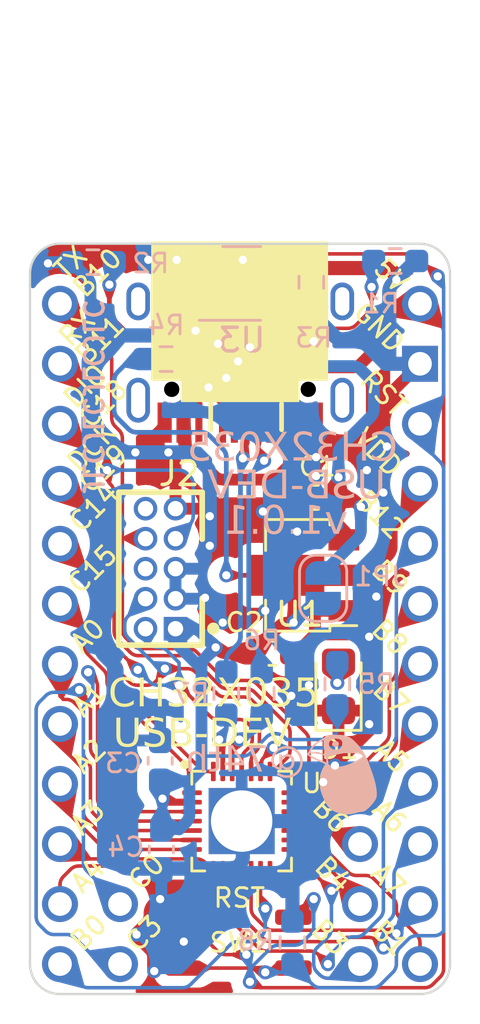
<source format=kicad_pcb>
(kicad_pcb (version 20221018) (generator pcbnew)
  (layers (0 "F.Cu" signal) (31 "B.Cu" signal) (34 "B.Paste" user) (35 "F.Paste" user) (36 "B.SilkS" user "B.Silkscreen") (37 "F.SilkS" user "F.Silkscreen") (38 "B.Mask" user) (39 "F.Mask" user) (44 "Edge.Cuts" user))
  (net 0 "")
  (net 1 "+5V")
  (net 2 "VDD")
  (net 3 "/18{slash}A0")
  (net 4 "/19{slash}A1")
  (net 5 "/20{slash}A2")
  (net 6 "/21{slash}A3")
  (net 7 "/10{slash}A10")
  (net 8 "/15{slash}SPI_SCK")
  (net 9 "/14{slash}SPI_MISO")
  (net 10 "/16{slash}SPI_MOSI")
  (net 11 "/2{slash}SDA")
  (net 12 "/4{slash}A6")
  (net 13 "/5")
  (net 14 "/3{slash}SCL")
  (net 15 "/6{slash}A7")
  (net 16 "Net-(D1-A)")
  (net 17 "/8{slash}A8")
  (net 18 "/9{slash}A9")
  (net 19 "/1{slash}TX")
  (net 20 "/0{slash}RX")
  (net 21 "/7")
  (net 22 "/SWDIO")
  (net 23 "/SWCLK")
  (net 24 "/USB_DM")
  (net 25 "/USB_DP")
  (net 26 "Net-(J1-CC1)")
  (net 27 "GND")
  (net 28 "VBUS")
  (net 29 "Net-(J1-CC2)")
  (net 30 "Net-(U3-ISET)")
  (net 31 "/RST")
  (net 32 "Net-(J1-D-)")
  (net 33 "Net-(J1-D+)")
  (net 37 "/OG5")
  (net 38 "/OG1")
  (net 39 "/OG2")
  (net 40 "/OG3")
  (net 41 "/OG4")
  (footprint "74th:LED_0805_2012" (layer "F.Cu") (at 85.45 77.15 90)
    (fp_text reference "D1")
    (fp_text value "BLUE" hide)
  )
  (footprint "74th:PinOut_2Pin" (layer "F.Cu") (at 76.2 86.36 -90)
    (fp_text reference "CH4" hide)
    (fp_text value "2Pin")
  )
  (footprint "Package_TO_SOT_SMD:SOT-89-3" (layer "F.Cu") (at 83.725 72.45 180)
    (fp_text reference "U1")
    (fp_text value "AMS1117-3.3")
  )
  (footprint "74th:Capacitor_0603_1608" (layer "F.Cu") (at 82.55 75.75)
    (fp_text reference "C2")
    (fp_text value "10u" hide)
  )
  (footprint "74th:PinOut_ProMicro-LIKE_RIGHT" (layer "F.Cu") (at 88.9 76.2)
    (fp_text reference "CH2" hide)
    (fp_text value "ProMicro-Right" hide)
  )
  (footprint "74th:Connector_HalfPinHeader_SWD" (layer "F.Cu") (at 78.55 74.71 180)
    (fp_text reference "J2")
    (fp_text value "SWD_10Pin_MCU-Side" hide)
  )
  (footprint "74th:PinOut_3Pin" (layer "F.Cu") (at 86.36 83.82 -90)
    (fp_text reference "CH3" hide)
    (fp_text value "3Pin" hide)
  )
  (footprint "74th:Capacitor_0603_1608" (layer "F.Cu") (at 84.55 69.15 180)
    (fp_text reference "C1")
    (fp_text value "10u" hide)
  )
  (footprint "74th:Connector_USB-C-Receptacle_SMT_12-Pin_Simple" (layer "F.Cu") (at 81.28 60.96 180)
    (fp_text reference "J1" hide)
    (fp_text value "217179-0001")
  )
  (footprint "74th:PinOut_ProMicro-LIKE_LEFT_NO-GND" (layer "F.Cu") (at 73.66 74.93)
    (fp_text reference "CH1" hide)
    (fp_text value "ProMicro-Left_NoGND" hide)
  )
  (footprint "74th:Package_QFN-28-1EP_4x4mm_P0.4mm_EP2.8x2.8mm" (layer "F.Cu") (at 81.35 82.85)
    (fp_text reference "U2")
    (fp_text value "CH32X035G8U6" hide)
  )
  (footprint "74th:PushButton_SKRPABE010" (layer "F.Cu") (at 81.2156 87.9938)
    (fp_text reference "SW1")
    (fp_text value "SKRPABE010" hide)
  )
  (footprint "74th:Register_0603_1608" (layer "B.Cu") (at 85.4 77.05 90)
    (fp_text reference "R5")
    (fp_text value "10k" hide)
  )
  (footprint "74th:Logo_JLCJLCJLCJLC" (layer "B.Cu") (at 75.05 64.9 90)
    (fp_text reference "REF**" hide)
    (fp_text value "JLCJLCJLCJLC")
  )
  (footprint "Package_TO_SOT_SMD:SOT-23-6" (layer "B.Cu") (at 81.35 60.1)
    (fp_text reference "U3")
    (fp_text value "CH217K")
  )
  (footprint "74th:Capacitor_0603_1608" (layer "B.Cu") (at 77.95 83.95 -90)
    (fp_text reference "C4")
    (fp_text value "100n" hide)
  )
  (footprint "74th:Capacitor_0603_1608" (layer "B.Cu") (at 77.9 80.4 90)
    (fp_text reference "C3")
    (fp_text value "1u" hide)
  )
  (footprint "74th:Logo_74th_text" (layer "B.Cu") (at 83.7 69 180)
    (fp_text reference "MISC-ACCOUNTTEXT" hide)
    (fp_text value "Logo_74th_text" hide)
  )
  (footprint "74th:Register_0603_1608" (layer "B.Cu") (at 75.05 59.2 180)
    (fp_text reference "R2")
    (fp_text value "5.1k" hide)
  )
  (footprint "74th:Register_0603_1608" (layer "B.Cu") (at 83.5 88 90)
    (fp_text reference "R8")
    (fp_text value "10k" hide)
  )
  (footprint "74th:Register_0603_1608" (layer "B.Cu") (at 80.7 77.45 90)
    (fp_text reference "R7")
    (fp_text value "27" hide)
  )
  (footprint "74th:Register_0603_1608" (layer "B.Cu") (at 87.85 59.15)
    (fp_text reference "R1")
    (fp_text value "5.1k" hide)
  )
  (footprint "74th:Register_0603_1608" (layer "B.Cu") (at 78.15 63.3 180)
    (fp_text reference "R4")
    (fp_text value "1.5k" hide)
  )
  (footprint "74th:Register_0603_1608" (layer "B.Cu") (at 84.3 60.05 -90)
    (fp_text reference "R3")
    (fp_text value "100k" hide)
  )
  (footprint "Jumper:SolderJumper-2_P1.3mm_Open_RoundedPad1.0x1.5mm" (layer "B.Cu") (at 84.8 73 -90)
    (fp_text reference "JP1")
    (fp_text value "Jumper_2_Open")
  )
  (footprint "74th:Register_0603_1608" (layer "B.Cu") (at 82.2 77.45 90)
    (fp_text reference "R6")
    (fp_text value "27" hide)
  )
  (footprint "74th:Logo_74th_4mm" (layer "B.Cu") (at 85.7 81.05 180)
    (fp_text reference "MISC-ICON" hide)
    (fp_text value "LOGO" hide)
  )
  (gr_line (start 72.39 88.9) (end 72.39 59.69) (stroke (width 0.1)) (layer "Edge.Cuts"))
  (gr_arc (start 72.39 59.69) (mid 72.761974 58.791974) (end 73.66 58.42) (stroke (width 0.1)) (layer "Edge.Cuts"))
  (gr_arc (start 73.66 90.17) (mid 72.761974 89.798026) (end 72.39 88.9) (stroke (width 0.1)) (layer "Edge.Cuts"))
  (gr_line (start 73.66 90.17) (end 88.9 90.17) (stroke (width 0.1)) (layer "Edge.Cuts"))
  (gr_arc (start 88.9 58.42) (mid 89.798026 58.791974) (end 90.17 59.69) (stroke (width 0.1)) (layer "Edge.Cuts"))
  (gr_line (start 90.17 59.69) (end 90.17 88.9) (stroke (width 0.1)) (layer "Edge.Cuts"))
  (gr_line (start 73.66 58.42) (end 88.9 58.42) (stroke (width 0.1)) (layer "Edge.Cuts"))
  (gr_arc (start 90.17 88.9) (mid 89.798026 89.798026) (end 88.9 90.17) (stroke (width 0.1)) (layer "Edge.Cuts"))
  (gr_text "USB-DEV" (at 87.45 69.4) (layer "B.SilkS") (effects (font (size 1.2 1.2) (thickness 0.12)) (justify left bottom mirror)))
  (gr_text "v1.0.1" (at 85.85 70.9) (layer "B.SilkS") (effects (font (size 1.2 1.2) (thickness 0.12)) (justify left bottom mirror)))
  (gr_text "CH32X035" (at 87.95 67.8) (layer "B.SilkS") (effects (font (size 1.2 1.2) (thickness 0.12)) (justify left bottom mirror)))
  (gr_text "GND" (at 87.75 63.2 315) (layer "F.SilkS") (effects (font (size 0.8 0.8) (thickness 0.12)) (justify right bottom)))
  (gr_text "C14" (at 74.55 70.8 45) (layer "F.SilkS") (effects (font (size 0.8 0.8) (thickness 0.12)) (justify left bottom)))
  (gr_text "RX" (at 74.1 62.95 45) (layer "F.SilkS") (effects (font (size 0.8 0.8) (thickness 0.12)) (justify left bottom)))
  (gr_text "VDD" (at 87.65 68.45 315) (layer "F.SilkS") (effects (font (size 0.8 0.8) (thickness 0.12)) (justify right bottom)))
  (gr_text "DCK" (at 74.45 68.25 45) (layer "F.SilkS") (effects (font (size 0.8 0.8) (thickness 0.12)) (justify left bottom)))
  (gr_text "A1" (at 74.65 78.6 45) (layer "F.SilkS") (effects (font (size 0.8 0.8) (thickness 0.12)) (justify left bottom)))
  (gr_text "A4" (at 74.6 86.05 45) (layer "F.SilkS") (effects (font (size 0.8 0.8) (thickness 0.12)) (justify left bottom)))
  (gr_text "C0" (at 77.05 85.95 45) (layer "F.SilkS") (effects (font (size 0.8 0.8) (thickness 0.12)) (justify left bottom)))
  (gr_text "B10" (at 74.7 60.85 45) (layer "F.SilkS") (effects (font (size 0.8 0.8) (thickness 0.12)) (justify left bottom)))
  (gr_text "C19" (at 74.95 69.15 45) (layer "F.SilkS") (effects (font (size 0.8 0.8) (thickness 0.12)) (justify left bottom)))
  (gr_text "A3" (at 74.6 83.6 45) (layer "F.SilkS") (effects (font (size 0.8 0.8) (thickness 0.12)) (justify left bottom)))
  (gr_text "B6" (at 85.4 83.55 315) (layer "F.SilkS") (effects (font (size 0.8 0.8) (thickness 0.12)) (justify right bottom)))
  (gr_text "DIO" (at 74.3 65.55 45) (layer "F.SilkS") (effects (font (size 0.8 0.8) (thickness 0.12)) (justify left bottom)))
  (gr_text "USB-DEV" (at 75.9 79.9) (layer "F.SilkS") (effects (font (size 1.2 1.2) (thickness 0.12)) (justify left bottom)))
  (gr_text "TX" (at 73.9 60.1 45) (layer "F.SilkS") (effects (font (size 0.8 0.8) (thickness 0.12)) (justify left bottom)))
  (gr_text "C3" (at 76.95 88.55 45) (layer "F.SilkS") (effects (font (size 0.8 0.8) (thickness 0.12)) (justify left bottom)))
  (gr_text "B0" (at 74.6 88.5 45) (layer "F.SilkS") (effects (font (size 0.8 0.8) (thickness 0.12)) (justify left bottom)))
  (gr_text "B8" (at 87.9 76 315) (layer "F.SilkS") (effects (font (size 0.8 0.8) (thickness 0.12)) (justify right bottom)))
  (gr_text "B3" (at 85.35 88.7 315) (layer "F.SilkS") (effects (font (size 0.8 0.8) (thickness 0.12)) (justify right bottom)))
  (gr_text "RST" (at 87.85 65.9 315) (layer "F.SilkS") (effects (font (size 0.8 0.8) (thickness 0.12)) (justify right bottom)))
  (gr_text "A2" (at 74.65 81 45) (layer "F.SilkS") (effects (font (size 0.8 0.8) (thickness 0.12)) (justify left bottom)))
  (gr_text "B12" (at 87.75 71.1 315) (layer "F.SilkS") (effects (font (size 0.8 0.8) (thickness 0.12)) (justify right bottom)))
  (gr_text "B7" (at 87.95 78.55 315) (layer "F.SilkS") (effects (font (size 0.8 0.8) (thickness 0.12)) (justify right bottom)))
  (gr_text "A6" (at 87.85 83.55 315) (layer "F.SilkS") (effects (font (size 0.8 0.8) (thickness 0.12)) (justify right bottom)))
  (gr_text "CH32X035" (at 75.7 78.2) (layer "F.SilkS") (effects (font (size 1.2 1.2) (thickness 0.12)) (justify left bottom)))
  (gr_text "5V" (at 87.9 60.65 315) (layer "F.SilkS") (effects (font (size 0.8 0.8) (thickness 0.12)) (justify right bottom)))
  (gr_text "A7" (at 87.8 86.25 315) (layer "F.SilkS") (effects (font (size 0.8 0.8) (thickness 0.12)) (justify right bottom)))
  (gr_text "B1" (at 87.9 88.75 315) (layer "F.SilkS") (effects (font (size 0.8 0.8) (thickness 0.12)) (justify right bottom)))
  (gr_text "C15" (at 74.5 73.4 45) (layer "F.SilkS") (effects (font (size 0.8 0.8) (thickness 0.12)) (justify left bottom)))
  (gr_text "C18" (at 74.95 66.4 45) (layer "F.SilkS") (effects (font (size 0.8 0.8) (thickness 0.12)) (justify left bottom)))
  (gr_text "A0" (at 74.6 75.9 45) (layer "F.SilkS") (effects (font (size 0.8 0.8) (thickness 0.12)) (justify left bottom)))
  (gr_text "B9" (at 87.9 73.5 315) (layer "F.SilkS") (effects (font (size 0.8 0.8) (thickness 0.12)) (justify right bottom)))
  (gr_text "B11" (at 74.8 63.7 45) (layer "F.SilkS") (effects (font (size 0.8 0.8) (thickness 0.12)) (justify left bottom)))
  (gr_text "A5" (at 87.95 81 315) (layer "F.SilkS") (effects (font (size 0.8 0.8) (thickness 0.12)) (justify right bottom)))
  (gr_text "B4" (at 85.5 86.05 315) (layer "F.SilkS") (effects (font (size 0.8 0.8) (thickness 0.12)) (justify right bottom)))
  (segment (start 85.458947 70.733947) (end 85.675 70.95) (width 0.5) (layer "F.Cu") (net 1))
  (segment (start 85.792893 69.15) (end 85.3125 69.15) (width 0.5) (layer "F.Cu") (net 1))
  (segment (start 85.45 68.3) (end 85.45 69.0125) (width 0.5) (layer "F.Cu") (net 1))
  (segment (start 85.3125 69.15) (end 85.3125 70.380393) (width 0.5) (layer "F.Cu") (net 1))
  (segment (start 86.4 69.55) (end 86.146446 69.296446) (width 0.5) (layer "F.Cu") (net 1))
  (via (at 86.4 69.55) (size 0.6) (drill 0.35) (layers "F.Cu" "B.Cu") (net 1))
  (via (at 85.45 68.3) (size 0.6) (drill 0.35) (layers "F.Cu" "B.Cu") (net 1))
  (arc (start 85.792893 69.15) (mid 85.984234 69.18806) (end 86.146446 69.296446) (width 0.5) (layer "F.Cu") (net 1))
  (arc (start 85.458947 70.733947) (mid 85.35056 70.571735) (end 85.3125 70.380393) (width 0.5) (layer "F.Cu") (net 1))
  (segment (start 86.042893 63.6) (end 84.157107 63.6) (width 0.5) (layer "B.Cu") (net 1))
  (segment (start 82.142893 62) (end 81.369607 62) (width 0.5) (layer "B.Cu") (net 1))
  (segment (start 85.596447 66.953553) (end 86.803554 65.746446) (width 0.5) (layer "B.Cu") (net 1))
  (segment (start 86.4 69.55) (end 86.4 70.542893) (width 0.5) (layer "B.Cu") (net 1))
  (segment (start 83.803553 63.453553) (end 82.496446 62.146446) (width 0.5) (layer "B.Cu") (net 1))
  (segment (start 86.253553 70.896447) (end 84.8 72.35) (width 0.5) (layer "B.Cu") (net 1))
  (segment (start 81.016053 61.853553) (end 80.2125 61.05) (width 0.5) (layer "B.Cu") (net 1))
  (segment (start 86.95 65.392893) (end 86.95 64.507107) (width 0.5) (layer "B.Cu") (net 1))
  (segment (start 86.803553 64.153553) (end 86.396446 63.746446) (width 0.5) (layer "B.Cu") (net 1))
  (segment (start 85.45 68.3) (end 85.45 67.307107) (width 0.5) (layer "B.Cu") (net 1))
  (arc (start 82.142893 62) (mid 82.334234 62.03806) (end 82.496446 62.146446) (width 0.5) (layer "B.Cu") (net 1))
  (arc (start 86.042893 63.6) (mid 86.234234 63.63806) (end 86.396446 63.746446) (width 0.5) (layer "B.Cu") (net 1))
  (arc (start 81.369607 62) (mid 81.178265 61.96194) (end 81.016053 61.853553) (width 0.5) (layer "B.Cu") (net 1))
  (arc (start 85.596447 66.953553) (mid 85.48806 67.115765) (end 85.45 67.307107) (width 0.5) (layer "B.Cu") (net 1))
  (arc (start 86.4 70.542893) (mid 86.36194 70.734235) (end 86.253553 70.896447) (width 0.5) (layer "B.Cu") (net 1))
  (arc (start 86.803554 65.746446) (mid 86.91194 65.584234) (end 86.95 65.392893) (width 0.5) (layer "B.Cu") (net 1))
  (arc (start 84.157107 63.6) (mid 83.965765 63.56194) (end 83.803553 63.453553) (width 0.5) (layer "B.Cu") (net 1))
  (arc (start 86.95 64.507107) (mid 86.91194 64.315765) (end 86.803553 64.153553) (width 0.5) (layer "B.Cu") (net 1))
  (segment (start 87.7 71.242893) (end 87.7 70.607107) (width 0.5) (layer "F.Cu") (net 2))
  (segment (start 78 81.9) (end 78.003554 81.903554) (width 0.3) (layer "F.Cu") (net 2))
  (segment (start 87.846447 70.253553) (end 88.753554 69.346446) (width 0.5) (layer "F.Cu") (net 2))
  (segment (start 78.357107 82.05) (end 79.25 82.05) (width 0.3) (layer "F.Cu") (net 2))
  (segment (start 80.7 72.45) (end 81.8625 72.45) (width 0.2) (layer "F.Cu") (net 2))
  (segment (start 81.7875 75.75) (end 80.707107 75.75) (width 0.5) (layer "F.Cu") (net 2))
  (segment (start 81.8 75.75) (end 82.953554 74.596446) (width 0.5) (layer "F.Cu") (net 2))
  (segment (start 83.55 72.95) (end 83.55 74.45) (width 0.5) (layer "F.Cu") (net 2))
  (segment (start 80.353553 75.603553) (end 80.25 75.5) (width 0.5) (layer "F.Cu") (net 2))
  (segment (start 86.846447 72.303553) (end 87.553554 71.596446) (width 0.5) (layer "F.Cu") (net 2))
  (segment (start 85.5875 72.45) (end 86.492893 72.45) (width 0.5) (layer "F.Cu") (net 2))
  (segment (start 83.307107 74.45) (end 83.55 74.45) (width 0.5) (layer "F.Cu") (net 2))
  (segment (start 81.8625 72.45) (end 83.05 72.45) (width 0.5) (layer "F.Cu") (net 2))
  (via (at 80.7 72.45) (size 0.6) (drill 0.35) (layers "F.Cu" "B.Cu") (net 2))
  (via (at 80.25 75.5) (size 0.6) (drill 0.35) (layers "F.Cu" "B.Cu") (net 2))
  (via (at 78 81.9) (size 0.6) (drill 0.35) (layers "F.Cu" "B.Cu") (net 2))
  (via (at 83.55 74.45) (size 0.6) (drill 0.35) (layers "F.Cu" "B.Cu") (net 2))
  (arc (start 86.846447 72.303553) (mid 86.684235 72.41194) (end 86.492893 72.45) (width 0.5) (layer "F.Cu") (net 2))
  (arc (start 80.707107 75.75) (mid 80.515765 75.71194) (end 80.353553 75.603553) (width 0.5) (layer "F.Cu") (net 2))
  (arc (start 82.953554 74.596446) (mid 83.115766 74.48806) (end 83.307107 74.45) (width 0.5) (layer "F.Cu") (net 2))
  (arc (start 78.003554 81.903554) (mid 78.165766 82.01194) (end 78.357107 82.05) (width 0.3) (layer "F.Cu") (net 2))
  (arc (start 87.7 71.242893) (mid 87.66194 71.434234) (end 87.553554 71.596446) (width 0.5) (layer "F.Cu") (net 2))
  (arc (start 87.7 70.607107) (mid 87.73806 70.415765) (end 87.846447 70.253553) (width 0.5) (layer "F.Cu") (net 2))
  (arc (start 88.753554 69.346446) (mid 88.86194 69.184234) (end 88.9 68.992893) (width 0.5) (layer "F.Cu") (net 2))
  (segment (start 76.907107 66.4) (end 79.642893 66.4) (width 0.2) (layer "B.Cu") (net 2))
  (segment (start 85.4 77.9625) (end 85.4 78.892893) (width 0.15) (layer "B.Cu") (net 2))
  (segment (start 79.65 76.4) (end 79.65 80.15) (width 0.5) (layer "B.Cu") (net 2))
  (segment (start 82.792893 79.15) (end 82.757107 79.15) (width 0.15) (layer "B.Cu") (net 2))
  (segment (start 79.65 76.307107) (end 79.65 76.4) (width 0.5) (layer "B.Cu") (net 2))
  (segment (start 78.7 83.2) (end 78.6875 83.1875) (width 0.5) (layer "B.Cu") (net 2))
  (segment (start 78.696447 75.446447) (end 79.65 76.4) (width 0.5) (layer "B.Cu") (net 2))
  (segment (start 79.606447 74.856447) (end 80.25 75.5) (width 0.5) (layer "B.Cu") (net 2))
  (segment (start 80.7 67.457107) (end 80.7 72.45) (width 0.2) (layer "B.Cu") (net 2))
  (segment (start 76.096447 65.796447) (end 76.553554 66.253554) (width 0.2) (layer "B.Cu") (net 2))
  (segment (start 82.403553 79.296447) (end 81.746446 79.953554) (width 0.15) (layer "B.Cu") (net 2))
  (segment (start 79.1375 81.1625) (end 79.1375 82.555393) (width 0.5) (layer "B.Cu") (net 2))
  (segment (start 75.95 64.207107) (end 75.95 65.442893) (width 0.2) (layer "B.Cu") (net 2))
  (segment (start 76.503553 63.446447) (end 76.096446 63.853554) (width 0.2) (layer "B.Cu") (net 2))
  (segment (start 85.253553 79.246447) (end 85.246446 79.253554) (width 0.15) (layer "B.Cu") (net 2))
  (segment (start 84.35 73.65) (end 83.55 74.45) (width 0.5) (layer "B.Cu") (net 2))
  (segment (start 78.991053 82.908947) (end 78.7 83.2) (width 0.5) (layer "B.Cu") (net 2))
  (segment (start 78 81.9) (end 78 82.8375) (width 0.3) (layer "B.Cu") (net 2))
  (segment (start 80.25 75.5) (end 79.796446 75.953554) (width 0.5) (layer "B.Cu") (net 2))
  (segment (start 79.55 80.75) (end 79.1375 81.1625) (width 0.5) (layer "B.Cu") (net 2))
  (segment (start 78.55 74.71) (end 78.55 75.092893) (width 0.5) (layer "B.Cu") (net 2))
  (segment (start 79.1375 81.1625) (end 77.9 81.1625) (width 0.5) (layer "B.Cu") (net 2))
  (segment (start 79.996447 66.546447) (end 80.553554 67.103554) (width 0.2) (layer "B.Cu") (net 2))
  (segment (start 83.25 79.4) (end 83.146446 79.296446) (width 0.15) (layer "B.Cu") (net 2))
  (segment (start 78 81.9) (end 78 81.325) (width 0.3) (layer "B.Cu") (net 2))
  (segment (start 79.65 80.15) (end 79.65 80.65) (width 0.5) (layer "B.Cu") (net 2))
  (segment (start 81.392893 80.1) (end 79.7 80.1) (width 0.15) (layer "B.Cu") (net 2))
  (segment (start 78.55 74.71) (end 79.252893 74.71) (width 0.5) (layer "B.Cu") (net 2))
  (segment (start 84.892893 79.4) (end 83.25 79.4) (width 0.15) (layer "B.Cu") (net 2))
  (segment (start 79.7 80.1) (end 79.65 80.15) (width 0.15) (layer "B.Cu") (net 2))
  (segment (start 78.6875 83.1875) (end 77.95 83.1875) (width 0.5) (layer "B.Cu") (net 2))
  (segment (start 79.65 80.65) (end 79.55 80.75) (width 0.5) (layer "B.Cu") (net 2))
  (arc (start 78.696447 75.446447) (mid 78.58806 75.284235) (end 78.55 75.092893) (width 0.5) (layer "B.Cu") (net 2))
  (arc (start 85.4 78.892893) (mid 85.36194 79.084235) (end 85.253553 79.246447) (width 0.15) (layer "B.Cu") (net 2))
  (arc (start 79.1375 82.555393) (mid 79.09944 82.746735) (end 78.991053 82.908947) (width 0.5) (layer "B.Cu") (net 2))
  (arc (start 82.757107 79.15) (mid 82.565765 79.18806) (end 82.403553 79.296447) (width 0.15) (layer "B.Cu") (net 2))
  (arc (start 79.642893 66.4) (mid 79.834235 66.43806) (end 79.996447 66.546447) (width 0.2) (layer "B.Cu") (net 2))
  (arc (start 82.792893 79.15) (mid 82.984234 79.18806) (end 83.146446 79.296446) (width 0.15) (layer "B.Cu") (net 2))
  (arc (start 76.907107 66.4) (mid 76.715766 66.36194) (end 76.553554 66.253554) (width 0.2) (layer "B.Cu") (net 2))
  (arc (start 76.096447 65.796447) (mid 75.98806 65.634235) (end 75.95 65.442893) (width 0.2) (layer "B.Cu") (net 2))
  (arc (start 81.746446 79.953554) (mid 81.584234 80.06194) (end 81.392893 80.1) (width 0.15) (layer "B.Cu") (net 2))
  (arc (start 80.7 67.457107) (mid 80.66194 67.265766) (end 80.553554 67.103554) (width 0.2) (layer "B.Cu") (net 2))
  (arc (start 76.857107 63.3) (mid 76.665765 63.33806) (end 76.503553 63.446447) (width 0.2) (layer "B.Cu") (net 2))
  (arc (start 79.65 76.307107) (mid 79.68806 76.115766) (end 79.796446 75.953554) (width 0.5) (layer "B.Cu") (net 2))
  (arc (start 79.606447 74.856447) (mid 79.444235 74.74806) (end 79.252893 74.71) (width 0.5) (layer "B.Cu") (net 2))
  (arc (start 85.246446 79.253554) (mid 85.084234 79.36194) (end 84.892893 79.4) (width 0.15) (layer "B.Cu") (net 2))
  (arc (start 75.95 64.207107) (mid 75.98806 64.015766) (end 76.096446 63.853554) (width 0.2) (layer "B.Cu") (net 2))
  (segment (start 85.346447 82.703553) (end 88.9 79.15) (width 0.15) (layer "F.Cu") (net 3))
  (segment (start 83.45 82.85) (end 84.992893 82.85) (width 0.15) (layer "F.Cu") (net 3))
  (arc (start 85.346447 82.703553) (mid 85.184235 82.81194) (end 84.992893 82.85) (width 0.15) (layer "F.Cu") (net 3))
  (segment (start 85.246447 82.303553) (end 87.753554 79.796446) (width 0.15) (layer "F.Cu") (net 4))
  (segment (start 87.9 79.442893) (end 87.9 77.407107) (width 0.15) (layer "F.Cu") (net 4))
  (segment (start 83.45 82.45) (end 84.892893 82.45) (width 0.15) (layer "F.Cu") (net 4))
  (segment (start 88.046447 77.053553) (end 88.9 76.2) (width 0.15) (layer "F.Cu") (net 4))
  (arc (start 85.246447 82.303553) (mid 85.084235 82.41194) (end 84.892893 82.45) (width 0.15) (layer "F.Cu") (net 4))
  (arc (start 87.9 77.407107) (mid 87.93806 77.215765) (end 88.046447 77.053553) (width 0.15) (layer "F.Cu") (net 4))
  (arc (start 87.753554 79.796446) (mid 87.86194 79.634234) (end 87.9 79.442893) (width 0.15) (layer "F.Cu") (net 4))
  (segment (start 87.746447 76.853553) (end 87.753554 76.846446) (width 0.15) (layer "F.Cu") (net 5))
  (segment (start 83.45 82.05) (end 84.692893 82.05) (width 0.15) (layer "F.Cu") (net 5))
  (segment (start 88.046447 74.513553) (end 88.9 73.66) (width 0.15) (layer "F.Cu") (net 5))
  (segment (start 87.6 79.142893) (end 87.6 77.207107) (width 0.15) (layer "F.Cu") (net 5))
  (segment (start 85.046447 81.903553) (end 87.453554 79.496446) (width 0.15) (layer "F.Cu") (net 5))
  (segment (start 87.9 76.492893) (end 87.9 74.867107) (width 0.15) (layer "F.Cu") (net 5))
  (arc (start 87.753554 76.846446) (mid 87.86194 76.684234) (end 87.9 76.492893) (width 0.15) (layer "F.Cu") (net 5))
  (arc (start 87.746447 76.853553) (mid 87.63806 77.015765) (end 87.6 77.207107) (width 0.15) (layer "F.Cu") (net 5))
  (arc (start 84.692893 82.05) (mid 84.884235 82.01194) (end 85.046447 81.903553) (width 0.15) (layer "F.Cu") (net 5))
  (arc (start 87.6 79.142893) (mid 87.56194 79.334234) (end 87.453554 79.496446) (width 0.15) (layer "F.Cu") (net 5))
  (arc (start 88.046447 74.513553) (mid 87.93806 74.675765) (end 87.9 74.867107) (width 0.15) (layer "F.Cu") (net 5))
  (segment (start 82.7 79.75) (end 82.296446 80.153554) (width 0.15) (layer "F.Cu") (net 6))
  (via (at 82.7 79.75) (size 0.6) (drill 0.35) (layers "F.Cu" "B.Cu") (net 6))
  (arc (start 82.15 80.507107) (mid 82.18806 80.315766) (end 82.296446 80.153554) (width 0.15) (layer "F.Cu") (net 6))
  (segment (start 88.046447 71.973553) (end 88.9 71.12) (width 0.15) (layer "B.Cu") (net 6))
  (segment (start 87.9 79.192893) (end 87.9 72.327107) (width 0.15) (layer "B.Cu") (net 6))
  (segment (start 87.696447 79.603553) (end 87.753554 79.546446) (width 0.15) (layer "B.Cu") (net 6))
  (segment (start 82.7 79.75) (end 87.342893 79.75) (width 0.15) (layer "B.Cu") (net 6))
  (arc (start 87.9 79.192893) (mid 87.86194 79.384234) (end 87.753554 79.546446) (width 0.15) (layer "B.Cu") (net 6))
  (arc (start 88.046447 71.973553) (mid 87.93806 72.135765) (end 87.9 72.327107) (width 0.15) (layer "B.Cu") (net 6))
  (arc (start 87.696447 79.603553) (mid 87.534235 79.71194) (end 87.342893 79.75) (width 0.15) (layer "B.Cu") (net 6))
  (segment (start 86.946447 85.296447) (end 87.753554 86.103554) (width 0.15) (layer "F.Cu") (net 7))
  (segment (start 84.646447 83.796447) (end 85.853554 85.003554) (width 0.15) (layer "F.Cu") (net 7))
  (segment (start 86.207107 85.15) (end 86.592893 85.15) (width 0.15) (layer "F.Cu") (net 7))
  (segment (start 83.45 83.65) (end 84.292893 83.65) (width 0.15) (layer "F.Cu") (net 7))
  (segment (start 88.046447 86.946447) (end 88.753554 87.653554) (width 0.15) (layer "F.Cu") (net 7))
  (segment (start 87.9 86.457107) (end 87.9 86.592893) (width 0.15) (layer "F.Cu") (net 7))
  (segment (start 88.9 88.007107) (end 88.9 88.9) (width 0.15) (layer "F.Cu") (net 7))
  (arc (start 88.046447 86.946447) (mid 87.93806 86.784235) (end 87.9 86.592893) (width 0.15) (layer "F.Cu") (net 7))
  (arc (start 87.753554 86.103554) (mid 87.86194 86.265766) (end 87.9 86.457107) (width 0.15) (layer "F.Cu") (net 7))
  (arc (start 85.853554 85.003554) (mid 86.015766 85.11194) (end 86.207107 85.15) (width 0.15) (layer "F.Cu") (net 7))
  (arc (start 84.646447 83.796447) (mid 84.484235 83.68806) (end 84.292893 83.65) (width 0.15) (layer "F.Cu") (net 7))
  (arc (start 88.753554 87.653554) (mid 88.86194 87.815766) (end 88.9 88.007107) (width 0.15) (layer "F.Cu") (net 7))
  (arc (start 86.946447 85.296447) (mid 86.784235 85.18806) (end 86.592893 85.15) (width 0.15) (layer "F.Cu") (net 7))
  (segment (start 80.95 84.95) (end 80.95 86.892893) (width 0.15) (layer "F.Cu") (net 8))
  (segment (start 84.596447 88.496447) (end 85 88.9) (width 0.15) (layer "F.Cu") (net 8))
  (segment (start 82.407107 88.35) (end 84.242893 88.35) (width 0.15) (layer "F.Cu") (net 8))
  (segment (start 81.096447 87.246447) (end 82.053554 88.203554) (width 0.15) (layer "F.Cu") (net 8))
  (via (at 85 88.9) (size 0.6) (drill 0.35) (layers "F.Cu" "B.Cu") (net 8))
  (arc (start 84.596447 88.496447) (mid 84.434235 88.38806) (end 84.242893 88.35) (width 0.15) (layer "F.Cu") (net 8))
  (arc (start 82.407107 88.35) (mid 82.215766 88.31194) (end 82.053554 88.203554) (width 0.15) (layer "F.Cu") (net 8))
  (arc (start 80.95 86.892893) (mid 80.98806 87.084235) (end 81.096447 87.246447) (width 0.15) (layer "F.Cu") (net 8))
  (segment (start 85 88.9) (end 85 88.807107) (width 0.15) (layer "B.Cu") (net 8))
  (segment (start 87.496447 82.683553) (end 88.9 81.28) (width 0.15) (layer "B.Cu") (net 8))
  (segment (start 86.057107 87.75) (end 86.192893 87.75) (width 0.15) (layer "B.Cu") (net 8))
  (segment (start 87.35 86.592893) (end 87.35 83.037107) (width 0.15) (layer "B.Cu") (net 8))
  (segment (start 86.546447 87.603553) (end 87.203554 86.946446) (width 0.15) (layer "B.Cu") (net 8))
  (segment (start 85.146447 88.453553) (end 85.703554 87.896446) (width 0.15) (layer "B.Cu") (net 8))
  (arc (start 85 88.807107) (mid 85.03806 88.615765) (end 85.146447 88.453553) (width 0.15) (layer "B.Cu") (net 8))
  (arc (start 86.192893 87.75) (mid 86.384235 87.71194) (end 86.546447 87.603553) (width 0.15) (layer "B.Cu") (net 8))
  (arc (start 86.057107 87.75) (mid 85.865766 87.78806) (end 85.703554 87.896446) (width 0.15) (layer "B.Cu") (net 8))
  (arc (start 87.35 86.592893) (mid 87.31194 86.784234) (end 87.203554 86.946446) (width 0.15) (layer "B.Cu") (net 8))
  (arc (start 87.496447 82.683553) (mid 87.38806 82.845765) (end 87.35 83.037107) (width 0.15) (layer "B.Cu") (net 8))
  (segment (start 87.065247 87.915247) (end 87.35 88.2) (width 0.15) (layer "F.Cu") (net 9))
  (segment (start 82.253553 87.803553) (end 81.496446 87.046446) (width 0.15) (layer "F.Cu") (net 9))
  (segment (start 81.35 86.692893) (end 81.35 84.95) (width 0.15) (layer "F.Cu") (net 9))
  (segment (start 85.765247 87.803553) (end 85.8 87.7688) (width 0.15) (layer "F.Cu") (net 9))
  (segment (start 82.607107 87.95) (end 85.411693 87.95) (width 0.15) (layer "F.Cu") (net 9))
  (segment (start 85.8 87.7688) (end 86.711693 87.7688) (width 0.15) (layer "F.Cu") (net 9))
  (via (at 87.35 88.2) (size 0.6) (drill 0.35) (layers "F.Cu" "B.Cu") (net 9))
  (arc (start 87.065247 87.915247) (mid 86.903035 87.80686) (end 86.711693 87.7688) (width 0.15) (layer "F.Cu") (net 9))
  (arc (start 85.765247 87.803553) (mid 85.603035 87.91194) (end 85.411693 87.95) (width 0.15) (layer "F.Cu") (net 9))
  (arc (start 81.496446 87.046446) (mid 81.38806 86.884234) (end 81.35 86.692893) (width 0.15) (layer "F.Cu") (net 9))
  (arc (start 82.253553 87.803553) (mid 82.415765 87.91194) (end 82.607107 87.95) (width 0.15) (layer "F.Cu") (net 9))
  (segment (start 87.946447 84.773553) (end 88.9 83.82) (width 0.15) (layer "B.Cu") (net 9))
  (segment (start 87.8 86.642893) (end 87.8 85.127107) (width 0.15) (layer "B.Cu") (net 9))
  (segment (start 87.496447 87.153553) (end 87.653554 86.996446) (width 0.15) (layer "B.Cu") (net 9))
  (segment (start 87.35 88.2) (end 87.35 87.507107) (width 0.15) (layer "B.Cu") (net 9))
  (arc (start 87.8 86.642893) (mid 87.76194 86.834234) (end 87.653554 86.996446) (width 0.15) (layer "B.Cu") (net 9))
  (arc (start 87.946447 84.773553) (mid 87.83806 84.935765) (end 87.8 85.127107) (width 0.15) (layer "B.Cu") (net 9))
  (arc (start 87.496447 87.153553) (mid 87.38806 87.315765) (end 87.35 87.507107) (width 0.15) (layer "B.Cu") (net 9))
  (segment (start 81.896447 86.896447) (end 82.322354 87.322354) (width 0.15) (layer "F.Cu") (net 10))
  (segment (start 82.675907 87.4688) (end 87.7688 87.4688) (width 0.15) (layer "F.Cu") (net 10))
  (segment (start 87.9 87.6) (end 87.7688 87.4688) (width 0.15) (layer "F.Cu") (net 10))
  (segment (start 81.75 84.95) (end 81.75 86.542893) (width 0.15) (layer "F.Cu") (net 10))
  (via (at 87.9 87.6) (size 0.6) (drill 0.35) (layers "F.Cu" "B.Cu") (net 10))
  (arc (start 81.896447 86.896447) (mid 81.78806 86.734235) (end 81.75 86.542893) (width 0.15) (layer "F.Cu") (net 10))
  (arc (start 82.322354 87.322354) (mid 82.484566 87.43074) (end 82.675907 87.4688) (width 0.15) (layer "F.Cu") (net 10))
  (segment (start 87.9 87.6) (end 87.9 87.567107) (width 0.15) (layer "B.Cu") (net 10))
  (segment (start 88.046447 87.213553) (end 88.9 86.36) (width 0.15) (layer "B.Cu") (net 10))
  (arc (start 87.9 87.567107) (mid 87.93806 87.375765) (end 88.046447 87.213553) (width 0.15) (layer "B.Cu") (net 10))
  (segment (start 76.121446 77.146446) (end 79.578554 80.603554) (width 0.15) (layer "F.Cu") (net 11))
  (segment (start 73.67 71.12) (end 74.903554 72.353554) (width 0.15) (layer "F.Cu") (net 11))
  (segment (start 75.196446 75.646446) (end 75.828553 76.278553) (width 0.15) (layer "F.Cu") (net 11))
  (segment (start 79.932107 80.75) (end 80.15 80.75) (width 0.15) (layer "F.Cu") (net 11))
  (segment (start 75.05 72.707107) (end 75.05 75.292893) (width 0.15) (layer "F.Cu") (net 11))
  (segment (start 75.975 76.632107) (end 75.975 76.792893) (width 0.15) (layer "F.Cu") (net 11))
  (arc (start 75.05 75.292893) (mid 75.08806 75.484234) (end 75.196446 75.646446) (width 0.15) (layer "F.Cu") (net 11))
  (arc (start 79.578554 80.603554) (mid 79.740766 80.71194) (end 79.932107 80.75) (width 0.15) (layer "F.Cu") (net 11))
  (arc (start 75.828553 76.278553) (mid 75.93694 76.440765) (end 75.975 76.632107) (width 0.15) (layer "F.Cu") (net 11))
  (arc (start 74.903554 72.353554) (mid 75.01194 72.515766) (end 75.05 72.707107) (width 0.15) (layer "F.Cu") (net 11))
  (arc (start 75.975 76.792893) (mid 76.01306 76.984234) (end 76.121446 77.146446) (width 0.15) (layer "F.Cu") (net 11))
  (segment (start 73.66 77.56) (end 73.8 77.7) (width 0.15) (layer "F.Cu") (net 12))
  (segment (start 75.653553 83.103553) (end 75.096446 82.546446) (width 0.15) (layer "F.Cu") (net 12))
  (segment (start 74.271447 77.846447) (end 74.503553 78.078553) (width 0.15) (layer "F.Cu") (net 12))
  (segment (start 74.95 82.192893) (end 74.95 80.657107) (width 0.15) (layer "F.Cu") (net 12))
  (segment (start 73.8 77.7) (end 73.917893 77.7) (width 0.15) (layer "F.Cu") (net 12))
  (segment (start 73.66 76.2) (end 73.66 77.56) (width 0.15) (layer "F.Cu") (net 12))
  (segment (start 79.25 83.25) (end 76.007107 83.25) (width 0.15) (layer "F.Cu") (net 12))
  (segment (start 74.65 79.942893) (end 74.65 78.432107) (width 0.15) (layer "F.Cu") (net 12))
  (segment (start 74.803553 80.303553) (end 74.796446 80.296446) (width 0.15) (layer "F.Cu") (net 12))
  (arc (start 75.653553 83.103553) (mid 75.815765 83.21194) (end 76.007107 83.25) (width 0.15) (layer "F.Cu") (net 12))
  (arc (start 74.65 79.942893) (mid 74.68806 80.134234) (end 74.796446 80.296446) (width 0.15) (layer "F.Cu") (net 12))
  (arc (start 75.096446 82.546446) (mid 74.98806 82.384234) (end 74.95 82.192893) (width 0.15) (layer "F.Cu") (net 12))
  (arc (start 73.917893 77.7) (mid 74.109235 77.73806) (end 74.271447 77.846447) (width 0.15) (layer "F.Cu") (net 12))
  (arc (start 74.65 78.432107) (mid 74.61194 78.240765) (end 74.503553 78.078553) (width 0.15) (layer "F.Cu") (net 12))
  (arc (start 74.95 80.657107) (mid 74.91194 80.465765) (end 74.803553 80.303553) (width 0.15) (layer "F.Cu") (net 12))
  (segment (start 73.66 79.452893) (end 73.66 78.74) (width 0.15) (layer "F.Cu") (net 13))
  (segment (start 74.65 82.442893) (end 74.65 80.857107) (width 0.15) (layer "F.Cu") (net 13))
  (segment (start 74.503553 80.503553) (end 73.806446 79.806446) (width 0.15) (layer "F.Cu") (net 13))
  (segment (start 79.25 83.65) (end 75.857107 83.65) (width 0.15) (layer "F.Cu") (net 13))
  (segment (start 75.503553 83.503553) (end 74.796446 82.796446) (width 0.15) (layer "F.Cu") (net 13))
  (arc (start 75.857107 83.65) (mid 75.665765 83.61194) (end 75.503553 83.503553) (width 0.15) (layer "F.Cu") (net 13))
  (arc (start 74.65 80.857107) (mid 74.61194 80.665765) (end 74.503553 80.503553) (width 0.15) (layer "F.Cu") (net 13))
  (arc (start 73.66 79.452893) (mid 73.69806 79.644234) (end 73.806446 79.806446) (width 0.15) (layer "F.Cu") (net 13))
  (arc (start 74.65 82.442893) (mid 74.68806 82.634234) (end 74.796446 82.796446) (width 0.15) (layer "F.Cu") (net 13))
  (segment (start 79.103553 80.81066) (end 79.103553 81.296446) (width 0.15) (layer "F.Cu") (net 14))
  (segment (start 74.846447 75.796447) (end 75.503554 76.453554) (width 0.15) (layer "F.Cu") (net 14))
  (segment (start 79.25 81.65) (end 79.25 81.65) (width 0.15) (layer "F.Cu") (net 14))
  (segment (start 73.66 73.66) (end 74.553553 74.553553) (width 0.15) (layer "F.Cu") (net 14))
  (segment (start 74.7 74.907107) (end 74.7 75.442893) (width 0.15) (layer "F.Cu") (net 14))
  (segment (start 75.796447 77.296447) (end 78.957107 80.457107) (width 0.15) (layer "F.Cu") (net 14))
  (segment (start 75.65 76.807107) (end 75.65 76.942893) (width 0.15) (layer "F.Cu") (net 14))
  (arc (start 74.7 75.442893) (mid 74.73806 75.634235) (end 74.846447 75.796447) (width 0.15) (layer "F.Cu") (net 14))
  (arc (start 75.503554 76.453554) (mid 75.61194 76.615766) (end 75.65 76.807107) (width 0.15) (layer "F.Cu") (net 14))
  (arc (start 74.553553 74.553553) (mid 74.66194 74.715765) (end 74.7 74.907107) (width 0.15) (layer "F.Cu") (net 14))
  (arc (start 79.103553 81.296446) (mid 79.141613 81.487788) (end 79.25 81.65) (width 0.15) (layer "F.Cu") (net 14))
  (arc (start 75.65 76.942893) (mid 75.68806 77.134235) (end 75.796447 77.296447) (width 0.15) (layer "F.Cu") (net 14))
  (arc (start 78.957107 80.457107) (mid 79.065493 80.619319) (end 79.103553 80.81066) (width 0.15) (layer "F.Cu") (net 14))
  (segment (start 79.25 84.05) (end 75.757107 84.05) (width 0.15) (layer "F.Cu") (net 15))
  (segment (start 75.403553 83.903553) (end 73.806446 82.306446) (width 0.15) (layer "F.Cu") (net 15))
  (arc (start 75.757107 84.05) (mid 75.565765 84.01194) (end 75.403553 83.903553) (width 0.15) (layer "F.Cu") (net 15))
  (arc (start 73.806446 82.306446) (mid 73.69806 82.144234) (end 73.66 81.952893) (width 0.15) (layer "F.Cu") (net 15))
  (segment (start 85.4 77) (end 85.4 76.175) (width 0.15) (layer "F.Cu") (net 16))
  (via (at 85.4 77) (size 0.6) (drill 0.35) (layers "F.Cu" "B.Cu") (net 16))
  (segment (start 85.4 76.1375) (end 85.4 77) (width 0.15) (layer "B.Cu") (net 16))
  (segment (start 80.25 85.75) (end 80.05 85.75) (width 0.15) (layer "F.Cu") (net 17))
  (segment (start 79.242893 84.75) (end 74.457107 84.75) (width 0.15) (layer "F.Cu") (net 17))
  (segment (start 74.103553 84.896447) (end 73.806446 85.193554) (width 0.15) (layer "F.Cu") (net 17))
  (segment (start 79.7 85.192893) (end 79.7 85) (width 0.15) (layer "F.Cu") (net 17))
  (segment (start 80.05 85.75) (end 79.846446 85.546446) (width 0.15) (layer "F.Cu") (net 17))
  (segment (start 79.7 85) (end 79.596446 84.896446) (width 0.15) (layer "F.Cu") (net 17))
  (segment (start 80.403553 85.596447) (end 80.25 85.75) (width 0.15) (layer "F.Cu") (net 17))
  (segment (start 73.66 85.547107) (end 73.66 86.36) (width 0.15) (layer "F.Cu") (net 17))
  (arc (start 80.55 85.242893) (mid 80.51194 85.434235) (end 80.403553 85.596447) (width 0.15) (layer "F.Cu") (net 17))
  (arc (start 73.806446 85.193554) (mid 73.69806 85.355766) (end 73.66 85.547107) (width 0.15) (layer "F.Cu") (net 17))
  (arc (start 74.457107 84.75) (mid 74.265765 84.78806) (end 74.103553 84.896447) (width 0.15) (layer "F.Cu") (net 17))
  (arc (start 79.7 85.192893) (mid 79.73806 85.384234) (end 79.846446 85.546446) (width 0.15) (layer "F.Cu") (net 17))
  (arc (start 79.242893 84.75) (mid 79.434234 84.78806) (end 79.596446 84.896446) (width 0.15) (layer "F.Cu") (net 17))
  (segment (start 82.15 84.95) (end 82.15 86.142893) (width 0.15) (layer "F.Cu") (net 18))
  (segment (start 82.296447 86.496447) (end 82.35 86.55) (width 0.15) (layer "F.Cu") (net 18))
  (via (at 82.35 86.55) (size 0.6) (drill 0.35) (layers "F.Cu" "B.Cu") (net 18))
  (arc (start 82.15 86.142893) (mid 82.18806 86.334235) (end 82.296447 86.496447) (width 0.15) (layer "F.Cu") (net 18))
  (segment (start 73.66 88.9) (end 74.513554 89.753554) (width 0.15) (layer "B.Cu") (net 18))
  (segment (start 80.853553 88.096447) (end 79.196446 89.753554) (width 0.15) (layer "B.Cu") (net 18))
  (segment (start 81.742893 87.95) (end 81.207107 87.95) (width 0.15) (layer "B.Cu") (net 18))
  (segment (start 82.203553 87.696447) (end 82.096446 87.803554) (width 0.15) (layer "B.Cu") (net 18))
  (segment (start 74.867107 89.9) (end 78.842893 89.9) (width 0.15) (layer "B.Cu") (net 18))
  (segment (start 82.35 86.55) (end 82.35 87.342893) (width 0.15) (layer "B.Cu") (net 18))
  (arc (start 74.513554 89.753554) (mid 74.675766 89.86194) (end 74.867107 89.9) (width 0.15) (layer "B.Cu") (net 18))
  (arc (start 80.853553 88.096447) (mid 81.015765 87.98806) (end 81.207107 87.95) (width 0.15) (layer "B.Cu") (net 18))
  (arc (start 79.196446 89.753554) (mid 79.034234 89.86194) (end 78.842893 89.9) (width 0.15) (layer "B.Cu") (net 18))
  (arc (start 81.742893 87.95) (mid 81.934234 87.91194) (end 82.096446 87.803554) (width 0.15) (layer "B.Cu") (net 18))
  (arc (start 82.203553 87.696447) (mid 82.31194 87.534235) (end 82.35 87.342893) (width 0.15) (layer "B.Cu") (net 18))
  (segment (start 76.446447 75.097919) (end 76.752082 75.403554) (width 0.15) (layer "F.Cu") (net 19))
  (segment (start 76.3 70.85) (end 76.3 74.744365) (width 0.15) (layer "F.Cu") (net 19))
  (segment (start 76.153553 66.303553) (end 75.996446 66.146446) (width 0.15) (layer "F.Cu") (net 19))
  (segment (start 81.996447 77.046447) (end 84.053554 79.103554) (width 0.15) (layer "F.Cu") (net 19))
  (segment (start 84.053553 81.046447) (end 83.45 81.65) (width 0.15) (layer "F.Cu") (net 19))
  (segment (start 84.2 79.457107) (end 84.2 80.692893) (width 0.15) (layer "F.Cu") (net 19))
  (segment (start 75.85 65.792893) (end 75.85 63.357107) (width 0.15) (layer "F.Cu") (net 19))
  (segment (start 79.446447 75.696447) (end 80.503554 76.753554) (width 0.15) (layer "F.Cu") (net 19))
  (segment (start 75.703553 63.003553) (end 73.66 60.96) (width 0.15) (layer "F.Cu") (net 19))
  (segment (start 76.35 70.9) (end 76.3 70.85) (width 0.15) (layer "F.Cu") (net 19))
  (segment (start 77.105635 75.55) (end 79.092893 75.55) (width 0.15) (layer "F.Cu") (net 19))
  (segment (start 80.857107 76.9) (end 81.642893 76.9) (width 0.15) (layer "F.Cu") (net 19))
  (segment (start 77.28 70.9) (end 76.35 70.9) (width 0.15) (layer "F.Cu") (net 19))
  (segment (start 76.3 66.657107) (end 76.3 70.85) (width 0.15) (layer "F.Cu") (net 19))
  (arc (start 84.053554 79.103554) (mid 84.16194 79.265766) (end 84.2 79.457107) (width 0.15) (layer "F.Cu") (net 19))
  (arc (start 79.446447 75.696447) (mid 79.284235 75.58806) (end 79.092893 75.55) (width 0.15) (layer "F.Cu") (net 19))
  (arc (start 75.996446 66.146446) (mid 75.88806 65.984234) (end 75.85 65.792893) (width 0.15) (layer "F.Cu") (net 19))
  (arc (start 76.153553 66.303553) (mid 76.26194 66.465765) (end 76.3 66.657107) (width 0.15) (layer "F.Cu") (net 19))
  (arc (start 75.85 63.357107) (mid 75.81194 63.165765) (end 75.703553 63.003553) (width 0.15) (layer "F.Cu") (net 19))
  (arc (start 76.752082 75.403554) (mid 76.914294 75.51194) (end 77.105635 75.55) (width 0.15) (layer "F.Cu") (net 19))
  (arc (start 76.446447 75.097919) (mid 76.33806 74.935707) (end 76.3 74.744365) (width 0.15) (layer "F.Cu") (net 19))
  (arc (start 80.503554 76.753554) (mid 80.665766 76.86194) (end 80.857107 76.9) (width 0.15) (layer "F.Cu") (net 19))
  (arc (start 84.053553 81.046447) (mid 84.16194 80.884235) (end 84.2 80.692893) (width 0.15) (layer "F.Cu") (net 19))
  (arc (start 81.996447 77.046447) (mid 81.834235 76.93806) (end 81.642893 76.9) (width 0.15) (layer "F.Cu") (net 19))
  (segment (start 73.66 63.5) (end 74.958553 64.798553) (width 0.15) (layer "F.Cu") (net 20))
  (segment (start 75.796447 68.596447) (end 75.803554 68.603554) (width 0.15) (layer "F.Cu") (net 20))
  (segment (start 76.096447 75.172183) (end 76.627818 75.703554) (width 0.15) (layer "F.Cu") (net 20))
  (segment (start 75.95 68.957107) (end 75.95 74.818629) (width 0.15) (layer "F.Cu") (net 20))
  (segment (start 83.4 79.107107) (end 83.4 79.842893) (width 0.15) (layer "F.Cu") (net 20))
  (segment (start 79.296447 75.996447) (end 80.403554 77.103554) (width 0.15) (layer "F.Cu") (net 20))
  (segment (start 76.981371 75.85) (end 78.942893 75.85) (width 0.15) (layer "F.Cu") (net 20))
  (segment (start 81.896447 77.396447) (end 83.253554 78.753554) (width 0.15) (layer "F.Cu") (net 20))
  (segment (start 80.757107 77.25) (end 81.542893 77.25) (width 0.15) (layer "F.Cu") (net 20))
  (segment (start 75.65 66.600129) (end 75.65 68) (width 0.15) (layer "F.Cu") (net 20))
  (segment (start 75.105 65.152107) (end 75.105 65.640915) (width 0.15) (layer "F.Cu") (net 20))
  (segment (start 83.253553 80.196447) (end 82.7 80.75) (width 0.15) (layer "F.Cu") (net 20))
  (segment (start 75.65 68) (end 75.65 68.242893) (width 0.15) (layer "F.Cu") (net 20))
  (segment (start 75.251447 65.994469) (end 75.503553 66.246575) (width 0.15) (layer "F.Cu") (net 20))
  (segment (start 82.7 80.75) (end 82.55 80.75) (width 0.15) (layer "F.Cu") (net 20))
  (via (at 75.65 68) (size 0.6) (drill 0.35) (layers "F.Cu" "B.Cu") (net 20))
  (arc (start 76.627818 75.703554) (mid 76.79003 75.81194) (end 76.981371 75.85) (width 0.15) (layer "F.Cu") (net 20))
  (arc (start 75.503553 66.246575) (mid 75.61194 66.408787) (end 75.65 66.600129) (width 0.15) (layer "F.Cu") (net 20))
  (arc (start 74.958553 64.798553) (mid 75.06694 64.960765) (end 75.105 65.152107) (width 0.15) (layer "F.Cu") (net 20))
  (arc (start 75.251447 65.994469) (mid 75.14306 65.832257) (end 75.105 65.640915) (width 0.15) (layer "F.Cu") (net 20))
  (arc (start 83.4 79.842893) (mid 83.36194 80.034235) (end 83.253553 80.196447) (width 0.15) (layer "F.Cu") (net 20))
  (arc (start 75.803554 68.603554) (mid 75.91194 68.765766) (end 75.95 68.957107) (width 0.15) (layer "F.Cu") (net 20))
  (arc (start 83.4 79.107107) (mid 83.36194 78.915766) (end 83.253554 78.753554) (width 0.15) (layer "F.Cu") (net 20))
  (arc (start 79.296447 75.996447) (mid 79.134235 75.88806) (end 78.942893 75.85) (width 0.15) (layer "F.Cu") (net 20))
  (arc (start 80.403554 77.103554) (mid 80.565766 77.21194) (end 80.757107 77.25) (width 0.15) (layer "F.Cu") (net 20))
  (arc (start 75.796447 68.596447) (mid 75.68806 68.434235) (end 75.65 68.242893) (width 0.15) (layer "F.Cu") (net 20))
  (arc (start 81.896447 77.396447) (mid 81.734235 77.28806) (end 81.542893 77.25) (width 0.15) (layer "F.Cu") (net 20))
  (arc (start 76.096447 75.172183) (mid 75.98806 75.009971) (end 75.95 74.818629) (width 0.15) (layer "F.Cu") (net 20))
  (segment (start 75.65 68) (end 78.692893 68) (width 0.15) (layer "B.Cu") (net 20))
  (segment (start 79.046447 68.146447) (end 79.153554 68.253554) (width 0.15) (layer "B.Cu") (net 20))
  (segment (start 79.3 68.607107) (end 79.3 69.942893) (width 0.15) (layer "B.Cu") (net 20))
  (segment (start 79.153553 70.296447) (end 78.55 70.9) (width 0.15) (layer "B.Cu") (net 20))
  (arc (start 79.3 69.942893) (mid 79.26194 70.134235) (end 79.153553 70.296447) (width 0.15) (layer "B.Cu") (net 20))
  (arc (start 79.153554 68.253554) (mid 79.26194 68.415766) (end 79.3 68.607107) (width 0.15) (layer "B.Cu") (net 20))
  (arc (start 78.692893 68) (mid 78.884235 68.03806) (end 79.046447 68.146447) (width 0.15) (layer "B.Cu") (net 20))
  (segment (start 80.15 84.95) (end 79.796446 84.596446) (width 0.15) (layer "F.Cu") (net 21))
  (segment (start 74.143553 84.303553) (end 73.66 83.82) (width 0.15) (layer "F.Cu") (net 21))
  (segment (start 79.442893 84.45) (end 74.497107 84.45) (width 0.15) (layer "F.Cu") (net 21))
  (arc (start 79.796446 84.596446) (mid 79.634234 84.48806) (end 79.442893 84.45) (width 0.15) (layer "F.Cu") (net 21))
  (arc (start 74.143553 84.303553) (mid 74.305765 84.41194) (end 74.497107 84.45) (width 0.15) (layer "F.Cu") (net 21))
  (segment (start 81.8 79.392893) (end 81.8 79.107107) (width 0.15) (layer "F.Cu") (net 22))
  (segment (start 81.35 80.75) (end 81.35 80.257107) (width 0.15) (layer "F.Cu") (net 22))
  (segment (start 80.003553 78.403553) (end 78.7 77.1) (width 0.15) (layer "F.Cu") (net 22))
  (segment (start 74.653553 67.033553) (end 73.66 66.04) (width 0.15) (layer "F.Cu") (net 22))
  (segment (start 81.242893 78.55) (end 80.357107 78.55) (width 0.15) (layer "F.Cu") (net 22))
  (segment (start 81.653553 78.753553) (end 81.596446 78.696446) (width 0.15) (layer "F.Cu") (net 22))
  (segment (start 75.503553 69.603553) (end 74.946446 69.046446) (width 0.15) (layer "F.Cu") (net 22))
  (segment (start 76.95 76.45) (end 75.796446 75.296446) (width 0.15) (layer "F.Cu") (net 22))
  (segment (start 78.7 77.1) (end 78.698403 77.098403) (width 0.15) (layer "F.Cu") (net 22))
  (segment (start 81.496446 79.903554) (end 81.653553 79.746447) (width 0.15) (layer "F.Cu") (net 22))
  (segment (start 75.65 74.942893) (end 75.65 69.957107) (width 0.15) (layer "F.Cu") (net 22))
  (segment (start 74.8 68.692893) (end 74.8 67.387107) (width 0.15) (layer "F.Cu") (net 22))
  (via (at 76.95 76.45) (size 0.6) (drill 0.35) (layers "F.Cu" "B.Cu") (net 22))
  (via (at 78.7 77.1) (size 0.6) (drill 0.35) (layers "F.Cu" "B.Cu") (net 22))
  (arc (start 75.796446 75.296446) (mid 75.68806 75.134234) (end 75.65 74.942893) (width 0.15) (layer "F.Cu") (net 22))
  (arc (start 81.35 80.257107) (mid 81.38806 80.065766) (end 81.496446 79.903554) (width 0.15) (layer "F.Cu") (net 22))
  (arc (start 75.503553 69.603553) (mid 75.61194 69.765765) (end 75.65 69.957107) (width 0.15) (layer "F.Cu") (net 22))
  (arc (start 74.8 67.387107) (mid 74.76194 67.195765) (end 74.653553 67.033553) (width 0.15) (layer "F.Cu") (net 22))
  (arc (start 81.653553 79.746447) (mid 81.76194 79.584235) (end 81.8 79.392893) (width 0.15) (layer "F.Cu") (net 22))
  (arc (start 74.8 68.692893) (mid 74.83806 68.884234) (end 74.946446 69.046446) (width 0.15) (layer "F.Cu") (net 22))
  (arc (start 80.357107 78.55) (mid 80.165765 78.51194) (end 80.003553 78.403553) (width 0.15) (layer "F.Cu") (net 22))
  (arc (start 81.653553 78.753553) (mid 81.76194 78.915765) (end 81.8 79.107107) (width 0.15) (layer "F.Cu") (net 22))
  (arc (start 81.596446 78.696446) (mid 81.434234 78.58806) (end 81.242893 78.55) (width 0.15) (layer "F.Cu") (net 22))
  (segment (start 77.28 74.972893) (end 77.28 74.71) (width 0.15) (layer "B.Cu") (net 22))
  (segment (start 76.95 76.45) (end 77.453554 76.953554) (width 0.15) (layer "B.Cu") (net 22))
  (segment (start 77.453553 75.353553) (end 77.426446 75.326446) (width 0.15) (layer "B.Cu") (net 22))
  (segment (start 77.842893 75.5) (end 77.807107 75.5) (width 0.15) (layer "B.Cu") (net 22))
  (segment (start 77.807107 77.1) (end 78.7 77.1) (width 0.15) (layer "B.Cu") (net 22))
  (segment (start 78.7 77.1) (end 78.7 76.15) (width 0.15) (layer "B.Cu") (net 22))
  (segment (start 78.685876 76.135876) (end 78.196446 75.646446) (width 0.15) (layer "B.Cu") (net 22))
  (arc (start 77.453553 75.353553) (mid 77.615765 75.46194) (end 77.807107 75.5) (width 0.15) (layer "B.Cu") (net 22))
  (arc (start 77.807107 77.1) (mid 77.615766 77.06194) (end 77.453554 76.953554) (width 0.15) (layer "B.Cu") (net 22))
  (arc (start 77.842893 75.5) (mid 78.034234 75.53806) (end 78.196446 75.646446) (width 0.15) (layer "B.Cu") (net 22))
  (arc (start 77.426446 75.326446) (mid 77.31806 75.164234) (end 77.28 74.972893) (width 0.15) (layer "B.Cu") (net 22))
  (segment (start 80.657107 77.6) (end 81.442893 77.6) (width 0.15) (layer "F.Cu") (net 23))
  (segment (start 79.396447 76.546447) (end 80.303554 77.453554) (width 0.15) (layer "F.Cu") (net 23))
  (segment (start 75.775 75.775) (end 76.128554 76.128554) (width 0.15) (layer "F.Cu") (net 23))
  (segment (start 81.953553 79.896447) (end 81.896446 79.953554) (width 0.15) (layer "F.Cu") (net 23))
  (segment (start 76.939214 77.1) (end 77.342893 77.1) (width 0.15) (layer "F.Cu") (net 23))
  (segment (start 75.775 75.775) (end 75.496446 75.496446) (width 0.15) (layer "F.Cu") (net 23))
  (segment (start 81.75 80.307107) (end 81.75 80.75) (width 0.15) (layer "F.Cu") (net 23))
  (segment (start 81.796447 77.746447) (end 81.953554 77.903554) (width 0.15) (layer "F.Cu") (net 23))
  (segment (start 79.042893 76.4) (end 78.1 76.4) (width 0.15) (layer "F.Cu") (net 23))
  (segment (start 82.1 78.257107) (end 82.1 79.542893) (width 0.15) (layer "F.Cu") (net 23))
  (segment (start 78.1 76.55) (end 78.1 76.4) (width 0.15) (layer "F.Cu") (net 23))
  (segment (start 76.275 76.482107) (end 76.275 76.65) (width 0.15) (layer "F.Cu") (net 23))
  (segment (start 75.775 75.775) (end 75.7 75.7) (width 0.15) (layer "F.Cu") (net 23))
  (segment (start 77.696446 76.953554) (end 78.1 76.55) (width 0.15) (layer "F.Cu") (net 23))
  (segment (start 76.275 76.65) (end 76.282107 76.65) (width 0.15) (layer "F.Cu") (net 23))
  (segment (start 76.282107 76.65) (end 76.585661 76.953554) (width 0.15) (layer "F.Cu") (net 23))
  (segment (start 75.203553 70.123553) (end 73.66 68.58) (width 0.15) (layer "F.Cu") (net 23))
  (segment (start 75.35 75.142893) (end 75.35 70.477107) (width 0.15) (layer "F.Cu") (net 23))
  (via (at 78.1 76.4) (size 0.6) (drill 0.35) (layers "F.Cu" "B.Cu") (net 23))
  (arc (start 76.128554 76.128554) (mid 76.23694 76.290766) (end 76.275 76.482107) (width 0.15) (layer "F.Cu") (net 23))
  (arc (start 79.396447 76.546447) (mid 79.234235 76.43806) (end 79.042893 76.4) (width 0.15) (layer "F.Cu") (net 23))
  (arc (start 80.657107 77.6) (mid 80.465766 77.56194) (end 80.303554 77.453554) (width 0.15) (layer "F.Cu") (net 23))
  (arc (start 77.342893 77.1) (mid 77.534234 77.06194) (end 77.696446 76.953554) (width 0.15) (layer "F.Cu") (net 23))
  (arc (start 81.442893 77.6) (mid 81.634235 77.63806) (end 81.796447 77.746447) (width 0.15) (layer "F.Cu") (net 23))
  (arc (start 81.953554 77.903554) (mid 82.06194 78.065766) (end 82.1 78.257107) (width 0.15) (layer "F.Cu") (net 23))
  (arc (start 75.35 70.477107) (mid 75.31194 70.285765) (end 75.203553 70.123553) (width 0.15) (layer "F.Cu") (net 23))
  (arc (start 81.953553 79.896447) (mid 82.06194 79.734235) (end 82.1 79.542893) (width 0.15) (layer "F.Cu") (net 23))
  (arc (start 81.896446 79.953554) (mid 81.78806 80.115766) (end 81.75 80.307107) (width 0.15) (layer "F.Cu") (net 23))
  (arc (start 76.939214 77.1) (mid 76.747873 77.06194) (end 76.585661 76.953554) (width 0.15) (layer "F.Cu") (net 23))
  (arc (start 75.35 75.142893) (mid 75.38806 75.334234) (end 75.496446 75.496446) (width 0.15) (layer "F.Cu") (net 23))
  (segment (start 78.1 76.4) (end 78.057107 76.4) (width 0.15) (layer "B.Cu") (net 23))
  (segment (start 77.703553 76.253553) (end 76.6 75.15) (width 0.15) (layer "B.Cu") (net 23))
  (segment (start 76.6 75.15) (end 76.546446 75.096446) (width 0.15) (layer "B.Cu") (net 23))
  (segment (start 76.803553 75.353553) (end 76.6 75.15) (width 0.15) (layer "B.Cu") (net 23))
  (segment (start 73.66 68.96) (end 73.66 68.58) (width 0.15) (layer "B.Cu") (net 23))
  (segment (start 76.546447 74.173553) (end 77.28 73.44) (width 0.15) (layer "B.Cu") (net 23))
  (segment (start 76.4 74.742893) (end 76.4 74.527107) (width 0.15) (layer "B.Cu") (net 23))
  (arc (start 77.703553 76.253553) (mid 77.865765 76.36194) (end 78.057107 76.4) (width 0.15) (layer "B.Cu") (net 23))
  (arc (start 76.546446 75.096446) (mid 76.43806 74.934234) (end 76.4 74.742893) (width 0.15) (layer "B.Cu") (net 23))
  (arc (start 76.546447 74.173553) (mid 76.43806 74.335765) (end 76.4 74.527107) (width 0.15) (layer "B.Cu") (net 23))
  (segment (start 81.25 79.4) (end 81.096446 79.553554) (width 0.2) (layer "F.Cu") (net 24))
  (segment (start 80.95 79.907107) (end 80.95 80.75) (width 0.2) (layer "F.Cu") (net 24))
  (via (at 81.25 79.4) (size 0.6) (drill 0.35) (layers "F.Cu" "B.Cu") (net 24))
  (arc (start 81.096446 79.553554) (mid 80.98806 79.715766) (end 80.95 79.907107) (width 0.2) (layer "F.Cu") (net 24))
  (segment (start 81.292893 79.4) (end 81.25 79.4) (width 0.2) (layer "B.Cu") (net 24))
  (segment (start 81.646447 79.253553) (end 82.2 78.7) (width 0.2) (layer "B.Cu") (net 24))
  (arc (start 81.292893 79.4) (mid 81.484235 79.36194) (end 81.646447 79.253553) (width 0.2) (layer "B.Cu") (net 24))
  (segment (start 80.55 79.757107) (end 80.55 80.75) (width 0.2) (layer "F.Cu") (net 25))
  (segment (start 80.4 79.4) (end 80.403554 79.403554) (width 0.2) (layer "F.Cu") (net 25))
  (via (at 80.4 79.4) (size 0.6) (drill 0.35) (layers "F.Cu" "B.Cu") (net 25))
  (arc (start 80.55 79.757107) (mid 80.51194 79.565766) (end 80.403554 79.403554) (width 0.2) (layer "F.Cu") (net 25))
  (segment (start 80.4 79.4) (end 80.553554 79.246446) (width 0.2) (layer "B.Cu") (net 25))
  (segment (start 80.7 78.892893) (end 80.7 78.3625) (width 0.2) (layer "B.Cu") (net 25))
  (arc (start 80.553554 79.246446) (mid 80.66194 79.084234) (end 80.7 78.892893) (width 0.2) (layer "B.Cu") (net 25))
  (segment (start 84.307107 62) (end 85.842893 62) (width 0.15) (layer "F.Cu") (net 26))
  (segment (start 82.696447 63.403553) (end 83.953554 62.146446) (width 0.15) (layer "F.Cu") (net 26))
  (segment (start 82.55 65.98) (end 82.55 63.757107) (width 0.15) (layer "F.Cu") (net 26))
  (segment (start 86.196447 61.853553) (end 86.703554 61.346446) (width 0.15) (layer "F.Cu") (net 26))
  (segment (start 86.85 60.992893) (end 86.85 60.25) (width 0.15) (layer "F.Cu") (net 26))
  (via (at 86.85 60.25) (size 0.6) (drill 0.35) (layers "F.Cu" "B.Cu") (net 26))
  (arc (start 86.703554 61.346446) (mid 86.81194 61.184234) (end 86.85 60.992893) (width 0.15) (layer "F.Cu") (net 26))
  (arc (start 85.842893 62) (mid 86.034235 61.96194) (end 86.196447 61.853553) (width 0.15) (layer "F.Cu") (net 26))
  (arc (start 82.696447 63.403553) (mid 82.58806 63.565765) (end 82.55 63.757107) (width 0.15) (layer "F.Cu") (net 26))
  (arc (start 84.307107 62) (mid 84.115766 62.03806) (end 83.953554 62.146446) (width 0.15) (layer "F.Cu") (net 26))
  (segment (start 86.85 60.25) (end 86.85 59.2375) (width 0.15) (layer "B.Cu") (net 26))
  (segment (start 84.49 67.44) (end 84.5 67.45) (width 0.5) (layer "F.Cu") (net 27))
  (segment (start 84.45 74.05) (end 84.45 74.95) (width 0.5) (layer "F.Cu") (net 27))
  (segment (start 85.675 73.95) (end 84.55 73.95) (width 0.5) (layer "F.Cu") (net 27))
  (segment (start 83.5875 69.15) (end 83.5875 70.2125) (width 0.5) (layer "F.Cu") (net 27))
  (segment (start 78.55 67.757107) (end 78.55 69.63) (width 0.5) (layer "F.Cu") (net 27))
  (segment (start 86.85 66.35) (end 86.85 65.757107) (width 0.5) (layer "F.Cu") (net 27))
  (segment (start 86.996447 65.403553) (end 88.9 63.5) (width 0.5) (layer "F.Cu") (net 27))
  (segment (start 83.7 70.1) (end 83.7 70.6) (width 0.5) (layer "F.Cu") (net 27))
  (segment (start 84.45 74.95) (end 86.65 74.95) (width 0.5) (layer "F.Cu") (net 27))
  (segment (start 84.49 68.2475) (end 84.4875 68.25) (width 0.5) (layer "F.Cu") (net 27))
  (segment (start 77.9 86.15) (end 77.646446 86.403554) (width 0.6) (layer "F.Cu") (net 27))
  (segment (start 77.65 89.2) (end 77.65 88.607107) (width 0.6) (layer "F.Cu") (net 27))
  (segment (start 85.675 73.95) (end 86.9 73.95) (width 0.5) (layer "F.Cu") (net 27))
  (segment (start 87.392893 59.45) (end 84.757107 59.45) (width 0.6) (layer "F.Cu") (net 27))
  (segment (start 78.55 69.63) (end 79.472893 69.63) (width 0.5) (layer "F.Cu") (net 27))
  (segment (start 77.353553 87.196447) (end 76.9 87.65) (width 0.6) (layer "F.Cu") (net 27))
  (segment (start 84.5 68.25) (end 84.5 68.2375) (width 0.5) (layer "F.Cu") (net 27))
  (segment (start 83.5125 75.75) (end 83.5125 77.4875) (width 0.5) (layer "F.Cu") (net 27))
  (segment (start 80.203553 61.296447) (end 79.4 62.1) (width 0.6) (layer "F.Cu") (net 27))
  (segment (start 78.25 67.25) (end 78.403554 67.403554) (width 0.5) (layer "F.Cu") (net 27))
  (segment (start 84.5 67.45) (end 84.49 67.46) (width 0.5) (layer "F.Cu") (net 27))
  (segment (start 86.9 73.95) (end 86.9 73.707107) (width 0.5) (layer "F.Cu") (net 27))
  (segment (start 84.49 65.99) (end 84.49 67.44) (width 0.5) (layer "F.Cu") (net 27))
  (segment (start 86.65 74.95) (end 86.75 75.05) (width 0.5) (layer "F.Cu") (net 27))
  (segment (start 84.4875 68.25) (end 84.5 68.25) (width 0.5) (layer "F.Cu") (net 27))
  (segment (start 83.65 75.75) (end 84.45 74.95) (width 0.5) (layer "F.Cu") (net 27))
  (segment (start 84.5 68.2375) (end 83.5875 69.15) (width 0.5) (layer "F.Cu") (net 27))
  (segment (start 87.9 59.95) (end 87.9 59.75) (width 0.6) (layer "F.Cu") (net 27))
  (segment (start 84.403553 59.596447) (end 82.996446 61.003554) (width 0.6) (layer "F.Cu") (net 27))
  (segment (start 83.5875 70.2125) (end 83.7 70.1) (width 0.5) (layer "F.Cu") (net 27))
  (segment (start 77.503553 88.253553) (end 76.9 87.65) (width 0.6) (layer "F.Cu") (net 27))
  (segment (start 84.49 66.34) (end 84.853554 66.703554) (width 0.5) (layer "F.Cu") (net 27))
  (segment (start 85.207107 66.85) (end 86.35 66.85) (width 0.5) (layer "F.Cu") (net 27))
  (segment (start 83.2 70.6) (end 83.25 70.55) (width 0.5) (layer "F.Cu") (net 27))
  (segment (start 83.25 70.55) (end 80.857107 70.55) (width 0.5) (layer "F.Cu") (net 27))
  (segment (start 87.9 59.75) (end 87.746446 59.596446) (width 0.6) (layer "F.Cu") (net 27))
  (segment (start 80.503553 70.696447) (end 80 71.2) (width 0.5) (layer "F.Cu") (net 27))
  (segment (start 77.5 86.757107) (end 77.5 86.842893) (width 0.6) (layer "F.Cu") (net 27))
  (segment (start 84.49 67.46) (end 84.49 68.2475) (width 0.5) (layer "F.Cu") (net 27))
  (segment (start 82.642893 61.15) (end 80.557107 61.15) (width 0.6) (layer "F.Cu") (net 27))
  (segment (start 79.826447 69.776447) (end 80 69.95) (width 0.5) (layer "F.Cu") (net 27))
  (segment (start 83.7 70.6) (end 83.2 70.6) (width 0.5) (layer "F.Cu") (net 27))
  (segment (start 84.55 73.95) (end 84.45 74.05) (width 0.5) (layer "F.Cu") (net 27))
  (segment (start 83.5125 77.4875) (end 83.45 77.55) (width 0.5) (layer "F.Cu") (net 27))
  (segment (start 87.046447 73.353553) (end 87.05 73.35) (width 0.5) (layer "F.Cu") (net 27))
  (via (at 87.5 67) (size 0.6) (drill 0.35) (layers "F.Cu" "B.Cu") (net 27))
  (via (at 77.9 86.15) (size 0.6) (drill 0.35) (layers "F.Cu" "B.Cu") (net 27))
  (via (at 84.5 68.25) (size 0.6) (drill 0.35) (layers "F.Cu" "B.Cu") (net 27))
  (via (at 84.2 77.1) (size 0.6) (drill 0.35) (layers "F.Cu" "B.Cu") (net 27))
  (via (at 79.4 62.1) (size 0.6) (drill 0.35) (layers "F.Cu" "B.Cu") (net 27))
  (via (at 83.45 77.55) (size 0.6) (drill 0.35) (layers "F.Cu" "B.Cu") (net 27))
  (via (at 82.35 73.95) (size 0.6) (drill 0.35) (layers "F.Cu" "B.Cu") (net 27))
  (via (at 86.65 68) (size 0.6) (drill 0.35) (layers "F.Cu" "B.Cu") (net 27))
  (via (at 84.5 67.45) (size 0.6) (drill 0.35) (layers "F.Cu" "B.Cu") (net 27))
  (via (at 83.7 70.6) (size 0.6) (drill 0.35) (layers "F.Cu" "B.Cu") (net 27))
  (via (at 80 69.95) (size 0.6) (drill 0.35) (layers "F.Cu" "B.Cu") (net 27))
  (via (at 86.75 75.05) (size 0.6) (drill 0.35) (layers "F.Cu" "B.Cu") (net 27))
  (via (at 87.9 59.95) (size 0.6) (drill 0.35) (layers "F.Cu" "B.Cu") (net 27))
  (via (at 84.8 81.2) (size 0.6) (drill 0.35) (layers "F.Cu" "B.Cu") (net 27))
  (via (at 78.6 59.1) (size 0.6) (drill 0.35) (layers "F.Cu" "B.Cu") (net 27))
  (via (at 80 71.2) (size 0.6) (drill 0.35) (layers "F.Cu" "B.Cu") (net 27))
  (via (at 80.35 62.65) (size 0.6) (drill 0.35) (layers "F.Cu" "B.Cu") (net 27))
  (via (at 76.9 87.65) (size 0.6) (drill 0.35) (layers "F.Cu" "B.Cu") (net 27))
  (via (at 77.65 89.2) (size 0.6) (drill 0.35) (layers "F.Cu" "B.Cu") (net 27))
  (via (at 78.25 67.25) (size 0.6) (drill 0.35) (layers "F.Cu" "B.Cu") (net 27))
  (via (at 78.9 87.95) (size 0.6) (drill 0.35) (layers "F.Cu" "B.Cu") (net 27))
  (via (at 87.35 68.95) (size 0.6) (drill 0.35) (layers "F.Cu" "B.Cu") (net 27))
  (via (at 79.8 73.4) (size 0.6) (drill 0.35) (layers "F.Cu" "B.Cu") (net 27))
  (via (at 82.25 69.75) (size 0.6) (drill 0.35) (layers "F.Cu" "B.Cu") (net 27))
  (via (at 76.85 67.25) (size 0.6) (drill 0.35) (layers "F.Cu" "B.Cu") (net 27))
  (via (at 87.05 73.35) (size 0.6) (drill 0.35) (layers "F.Cu" "B.Cu") (net 27))
  (via (at 77.4 59.1) (size 0.6) (drill 0.35) (layers "F.Cu" "B.Cu") (net 27))
  (via (at 85.3 80.5) (size 0.6) (drill 0.35) (layers "F.Cu" "B.Cu") (net 27))
  (via (at 86.75 78.75) (size 0.6) (drill 0.35) (layers "F.Cu" "B.Cu") (net 27))
  (via (at 80.55 74.45) (size 0.6) (drill 0.35) (layers "F.Cu" "B.Cu") (net 27))
  (via (at 73.15 59.25) (size 0.6) (drill 0.35) (layers "F.Cu" "B.Cu") (net 27))
  (arc (start 85.207107 66.85) (mid 85.015766 66.81194) (end 84.853554 66.703554) (width 0.5) (layer "F.Cu") (net 27))
  (arc (start 79.826447 69.776447) (mid 79.664235 69.66806) (end 79.472893 69.63) (width 0.5) (layer "F.Cu") (net 27))
  (arc (start 78.55 67.757107) (mid 78.51194 67.565766) (end 78.403554 67.403554) (width 0.5) (layer "F.Cu") (net 27))
  (arc (start 77.5 86.757107) (mid 77.53806 86.565766) (end 77.646446 86.403554) (width 0.6) (layer "F.Cu") (net 27))
  (arc (start 82.996446 61.003554) (mid 82.834234 61.11194) (end 82.642893 61.15) (width 0.6) (layer "F.Cu") (net 27))
  (arc (start 87.392893 59.45) (mid 87.584234 59.48806) (end 87.746446 59.596446) (width 0.6) (layer "F.Cu") (net 27))
  (arc (start 77.5 86.842893) (mid 77.46194 87.034235) (end 77.353553 87.196447) (width 0.6) (layer "F.Cu") (net 27))
  (arc (start 86.35 66.85) (mid 86.703553 66.703553) (end 86.85 66.35) (width 0.5) (layer "F.Cu") (net 27))
  (arc (start 80.203553 61.296447) (mid 80.365765 61.18806) (end 80.557107 61.15) (width 0.6) (layer "F.Cu") (net 27))
  (arc (start 86.9 73.707107) (mid 86.93806 73.515765) (end 87.046447 73.353553) (width 0.5) (layer "F.Cu") (net 27))
  (arc (start 86.85 65.757107) (mid 86.88806 65.565765) (end 86.996447 65.403553) (width 0.5) (layer "F.Cu") (net 27))
  (arc (start 77.65 88.607107) (mid 77.61194 88.415765) (end 77.503553 88.253553) (width 0.6) (layer "F.Cu") (net 27))
  (arc (start 80.857107 70.55) (mid 80.665765 70.58806) (end 80.503553 70.696447) (width 0.5) (layer "F.Cu") (net 27))
  (arc (start 84.757107 59.45) (mid 84.565765 59.48806) (end 84.403553 59.596447) (width 0.6) (layer "F.Cu") (net 27))
  (segment (start 74.1375 59.2) (end 73.2 59.2) (width 0.5) (layer "B.Cu") (net 27))
  (segment (start 83.85 84.842893) (end 83.85 83.357107) (width 0.6) (layer "B.Cu") (net 27))
  (segment (start 76.85 67.25) (end 78.25 67.25) (width 0.6) (layer "B.Cu") (net 27))
  (segment (start 74.872 67.25) (end 76.85 67.25) (width 0.6) (layer "B.Cu") (net 27))
  (segment (start 74.15 59.2) (end 74.803554 59.853554) (width 0.5) (layer "B.Cu") (net 27))
  (segment (start 73.2 59.2) (end 73.15 59.25) (width 0.5) (layer "B.Cu") (net 27))
  (segment (start 81.4 82.9) (end 81.4 84.35) (width 0.6) (layer "B.Cu") (net 27))
  (segment (start 80.9 84.85) (end 78.0125 84.85) (width 0.6) (layer "B.Cu") (net 27))
  (segment (start 75.4 75.492893) (end 75.4 69.807107) (width 0.6) (layer "B.Cu") (net 27))
  (segment (start 79.75 67.75) (end 79.853554 67.853554) (width 0.6) (layer "B.Cu") (net 27))
  (segment (start 74.95 60.207107) (end 74.95 61.242893) (width 0.5) (layer "B.Cu") (net 27))
  (segment (start 75.096447 61.596447) (end 75.8 62.3) (width 0.5) (layer "B.Cu") (net 27))
  (segment (start 83.5 87.0875) (end 83.5 85.607107) (width 0.6) (layer "B.Cu") (net 27))
  (segment (start 75.8 62.3) (end 77.942893 62.3) (width 0.6) (layer "B.Cu") (net 27))
  (segment (start 86.596447 62.646447) (end 87.45 63.5) (width 0.6) (layer "B.Cu") (net 27))
  (segment (start 83.646447 85.253553) (end 83.703554 85.196446) (width 0.6) (layer "B.Cu") (net 27))
  (segment (start 74.872 68.864893) (end 74.872 67.25) (width 0.6) (layer "B.Cu") (net 27))
  (segment (start 75.253553 69.453553) (end 75.018446 69.218446) (width 0.6) (layer "B.Cu") (net 27))
  (segment (start 74.872 67.25) (end 74.872 63.435107) (width 0.6) (layer "B.Cu") (net 27))
  (segment (start 83.703553 83.003553) (end 83.696446 82.996446) (width 0.6) (layer "B.Cu") (net 27))
  (segment (start 87.9 59.95) (end 87.746446 60.103554) (width 0.6) (layer "B.Cu") (net 27))
  (segment (start 78.296447 62.153553) (end 78.353554 62.096446) (width 0.6) (layer "B.Cu") (net 27))
  (segment (start 75.018447 63.081553) (end 75.8 62.3) (width 0.6) (layer "B.Cu") (net 27))
  (segment (start 76.05 84.35) (end 76.05 76.557107) (width 0.6) (layer "B.Cu") (net 27))
  (segment (start 83.342893 82.85) (end 81.35 82.85) (width 0.6) (layer "B.Cu") (net 27))
  (segment (start 87.6 60.457107) (end 87.6 63.142893) (width 0.6) (layer "B.Cu") (net 27))
  (segment (start 79.307107 60.1) (end 80.2125 60.1) (width 0.6) (layer "B.Cu") (net 27))
  (segment (start 85.657107 62.5) (end 86.242893 62.5) (width 0.6) (layer "B.Cu") (net 27))
  (segment (start 77.8875 84.85) (end 76.55 84.85) (width 0.6) (layer "B.Cu") (net 27))
  (segment (start 78.646447 60.553553) (end 78.953554 60.246446) (width 0.6) (layer "B.Cu") (net 27))
  (segment (start 84.446447 61.496447) (end 85.303554 62.353554) (width 0.6) (layer "B.Cu") (net 27))
  (segment (start 79.396447 67.396447) (end 79.75 67.75) (width 0.6) (layer "B.Cu") (net 27))
  (segment (start 87.45 63.5) (end 88.9 63.5) (width 0.6) (layer "B.Cu") (net 27))
  (segment (start 88.7 59.15) (end 87.9 59.95) (width 0.6) (layer "B.Cu") (net 27))
  (segment (start 78.25 67.25) (end 79.042893 67.25) (width 0.6) (layer "B.Cu") (net 27))
  (segment (start 80 68.207107) (end 80 71.2) (width 0.6) (layer "B.Cu") (net 27))
  (segment (start 87.453553 63.496447) (end 87.45 63.5) (width 0.6) (layer "B.Cu") (net 27))
  (segment (start 78.5 61.742893) (end 78.5 60.907107) (width 0.6) (layer "B.Cu") (net 27))
  (segment (start 75.903553 76.203553) (end 75.546446 75.846446) (width 0.6) (layer "B.Cu") (net 27))
  (arc (start 74.803554 59.853554) (mid 74.91194 60.015766) (end 74.95 60.207107) (width 0.5) (layer "B.Cu") (net 27))
  (arc (start 78.646447 60.553553) (mid 78.53806 60.715765) (end 78.5 60.907107) (width 0.6) (layer "B.Cu") (net 27))
  (arc (start 83.85 83.357107) (mid 83.81194 83.165765) (end 83.703553 83.003553) (width 0.6) (layer "B.Cu") (net 27))
  (arc (start 75.4 69.807107) (mid 75.36194 69.615765) (end 75.253553 69.453553) (width 0.6) (layer "B.Cu") (net 27))
  (arc (start 77.942893 62.3) (mid 78.134235 62.26194) (end 78.296447 62.153553) (width 0.6) (layer "B.Cu") (net 27))
  (arc (start 75.4 75.492893) (mid 75.43806 75.684234) (end 75.546446 75.846446) (width 0.6) (layer "B.Cu") (net 27))
  (arc (start 74.872 63.435107) (mid 74.91006 63.243765) (end 75.018447 63.081553) (width 0.6) (layer "B.Cu") (net 27))
  (arc (start 83.5 85.607107) (mid 83.53806 85.415765) (end 83.646447 85.253553) (width 0.6) (layer "B.Cu") (net 27))
  (arc (start 74.872 68.864893) (mid 74.91006 69.056234) (end 75.018446 69.218446) (width 0.6) (layer "B.Cu") (net 27))
  (arc (start 78.353554 62.096446) (mid 78.46194 61.934234) (end 78.5 61.742893) (width 0.6) (layer "B.Cu") (net 27))
  (arc (start 79.853554 67.853554) (mid 79.96194 68.015766) (end 80 68.207107) (width 0.6) (layer "B.Cu") (net 27))
  (arc (start 79.307107 60.1) (mid 79.115766 60.13806) (end 78.953554 60.246446) (width 0.6) (layer "B.Cu") (net 27))
  (arc (start 86.596447 62.646447) (mid 86.434235 62.53806) (end 86.242893 62.5) (width 0.6) (layer "B.Cu") (net 27))
  (arc (start 83.85 84.842893) (mid 83.81194 85.034234) (end 83.703554 85.196446) (width 0.6) (layer "B.Cu") (net 27))
  (arc (start 74.95 61.242893) (mid 74.98806 61.434235) (end 75.096447 61.596447) (width 0.5) (layer "B.Cu") (net 27))
  (arc (start 87.6 63.142893) (mid 87.56194 63.334235) (end 87.453553 63.496447) (width 0.6) (layer "B.Cu") (net 27))
  (arc (start 83.696446 82.996446) (mid 83.534234 82.88806) (end 83.342893 82.85) (width 0.6) (layer "B.Cu") (net 27))
  (arc (start 76.05 76.557107) (mid 76.01194 76.365765) (end 75.903553 76.203553) (width 0.6) (layer "B.Cu") (net 27))
  (arc (start 81.4 84.35) (mid 81.253553 84.703553) (end 80.9 84.85) (width 0.6) (layer "B.Cu") (net 27))
  (arc (start 79.396447 67.396447) (mid 79.234235 67.28806) (end 79.042893 67.25) (width 0.6) (layer "B.Cu") (net 27))
  (arc (start 84.446447 61.496447) (mid 84.33806 61.334235) (end 84.3 61.142893) (width 0.6) (layer "B.Cu") (net 27))
  (arc (start 85.657107 62.5) (mid 85.465766 62.46194) (end 85.303554 62.353554) (width 0.6) (layer "B.Cu") (net 27))
  (arc (start 76.05 84.35) (mid 76.196447 84.703553) (end 76.55 84.85) (width 0.6) (layer "B.Cu") (net 27))
  (arc (start 87.6 60.457107) (mid 87.63806 60.265766) (end 87.746446 60.103554) (width 0.6) (layer "B.Cu") (net 27))
  (segment (start 84.3094 86.15) (end 84.4 86.15) (width 0.15) (layer "F.Cu") (net 28))
  (segment (start 81.803553 89.753553) (end 81.7 89.65) (width 0.15) (layer "F.Cu") (net 28))
  (segment (start 83.69 67.252893) (end 83.69 65.99) (width 0.5) (layer "F.Cu") (net 28))
  (segment (start 88.147107 60.96) (end 88.9 60.96) (width 0.5) (layer "F.Cu") (net 28))
  (segment (start 84.4 62.55) (end 83.996446 62.953554) (width 0.5) (layer "F.Cu") (net 28))
  (segment (start 80.325353 88.353553) (end 78.8906 86.9188) (width 0.15) (layer "F.Cu") (net 28))
  (segment (start 82.896447 68.253553) (end 83.543554 67.606446) (width 0.5) (layer "F.Cu") (net 28))
  (segment (start 78.9 66) (end 78.9 66.742893) (width 0.5) (layer "F.Cu") (net 28))
  (segment (start 89.753553 61.813553) (end 88.9 60.96) (width 0.15) (layer "F.Cu") (net 28))
  (segment (start 83.85 63.307107) (end 83.85 63.65) (width 0.5) (layer "F.Cu") (net 28))
  (segment (start 83.69 65.99) (end 83.396446 65.696446) (width 0.5) (layer "F.Cu") (net 28))
  (segment (start 81.55 88.5) (end 80.678907 88.5) (width 0.15) (layer "F.Cu") (net 28))
  (segment (start 86.396447 63.503553) (end 87.253554 62.646446) (width 0.5) (layer "F.Cu") (net 28))
  (segment (start 89.446447 89.753553) (end 89.753554 89.446446) (width 0.15) (layer "F.Cu") (net 28))
  (segment (start 79.046447 67.096447) (end 80.203554 68.253554) (width 0.5) (layer "F.Cu") (net 28))
  (segment (start 89.9 62.167107) (end 89.9 89.092893) (width 0.15) (layer "F.Cu") (net 28))
  (segment (start 83.25 65.342893) (end 83.25 64.457107) (width 0.5) (layer "F.Cu") (net 28))
  (segment (start 83.396447 64.103553) (end 83.85 63.65) (width 0.5) (layer "F.Cu") (net 28))
  (segment (start 87.4 62.292893) (end 87.4 61.707107) (width 0.5) (layer "F.Cu") (net 28))
  (segment (start 83.85 63.65) (end 86.042893 63.65) (width 0.5) (layer "F.Cu") (net 28))
  (segment (start 83.5406 86.9188) (end 84.3094 86.15) (width 0.15) (layer "F.Cu") (net 28))
  (segment (start 87.546447 61.353553) (end 87.793554 61.106446) (width 0.5) (layer "F.Cu") (net 28))
  (segment (start 82.157107 89.9) (end 89.092893 89.9) (width 0.15) (layer "F.Cu") (net 28))
  (segment (start 80.557107 68.4) (end 82.542893 68.4) (width 0.5) (layer "F.Cu") (net 28))
  (via (at 84.4 86.15) (size 0.6) (drill 0.35) (layers "F.Cu" "B.Cu") (net 28))
  (via (at 81.55 88.5) (size 0.6) (drill 0.35) (layers "F.Cu" "B.Cu") (net 28))
  (via (at 84.4 62.55) (size 0.6) (drill 0.35) (layers "F.Cu" "B.Cu") (net 28))
  (via (at 81.7 89.65) (size 0.6) (drill 0.35) (layers "F.Cu" "B.Cu") (net 28))
  (arc (start 83.396446 65.696446) (mid 83.28806 65.534234) (end 83.25 65.342893) (width 0.5) (layer "F.Cu") (net 28))
  (arc (start 88.147107 60.96) (mid 87.955766 60.99806) (end 87.793554 61.106446) (width 0.5) (layer "F.Cu") (net 28))
  (arc (start 78.9 66.742893) (mid 78.93806 66.934235) (end 79.046447 67.096447) (width 0.5) (layer "F.Cu") (net 28))
  (arc (start 81.803553 89.753553) (mid 81.965765 89.86194) (end 82.157107 89.9) (width 0.15) (layer "F.Cu") (net 28))
  (arc (start 86.396447 63.503553) (mid 86.234235 63.61194) (end 86.042893 63.65) (width 0.5) (layer "F.Cu") (net 28))
  (arc (start 83.69 67.252893) (mid 83.65194 67.444234) (end 83.543554 67.606446) (width 0.5) (layer "F.Cu") (net 28))
  (arc (start 87.4 61.707107) (mid 87.43806 61.515765) (end 87.546447 61.353553) (width 0.5) (layer "F.Cu") (net 28))
  (arc (start 87.253554 62.646446) (mid 87.36194 62.484234) (end 87.4 62.292893) (width 0.5) (layer "F.Cu") (net 28))
  (arc (start 89.753554 89.446446) (mid 89.86194 89.284234) (end 89.9 89.092893) (width 0.15) (layer "F.Cu") (net 28))
  (arc (start 83.996446 62.953554) (mid 83.88806 63.115766) (end 83.85 63.307107) (width 0.5) (layer "F.Cu") (net 28))
  (arc (start 89.753553 61.813553) (mid 89.86194 61.975765) (end 89.9 62.167107) (width 0.15) (layer "F.Cu") (net 28))
  (arc (start 83.25 64.457107) (mid 83.28806 64.265765) (end 83.396447 64.103553) (width 0.5) (layer "F.Cu") (net 28))
  (arc (start 80.203554 68.253554) (mid 80.365766 68.36194) (end 80.557107 68.4) (width 0.5) (layer "F.Cu") (net 28))
  (arc (start 80.325353 88.353553) (mid 80.487565 88.46194) (end 80.678907 88.5) (width 0.15) (layer "F.Cu") (net 28))
  (arc (start 89.446447 89.753553) (mid 89.284235 89.86194) (end 89.092893 89.9) (width 0.15) (layer "F.Cu") (net 28))
  (arc (start 82.896447 68.253553) (mid 82.734235 68.36194) (end 82.542893 68.4) (width 0.5) (layer "F.Cu") (net 28))
  (segment (start 81.7 89.65) (end 81.7 89.307107) (width 0.15) (layer "B.Cu") (net 28))
  (segment (start 83.946447 87.953553) (end 84.253554 87.646446) (width 0.15) (layer "B.Cu") (net 28))
  (segment (start 83.841053 62.403553) (end 82.4875 61.05) (width 0.5) (layer "B.Cu") (net 28))
  (segment (start 82.907107 88.1) (end 83.592893 88.1) (width 0.15) (layer "B.Cu") (net 28))
  (segment (start 81.846447 88.953553) (end 82.553554 88.246446) (width 0.15) (layer "B.Cu") (net 28))
  (segment (start 84.4 62.55) (end 84.194607 62.55) (width 0.5) (layer "B.Cu") (net 28))
  (segment (start 84.4 87.292893) (end 84.4 86.15) (width 0.15) (layer "B.Cu") (net 28))
  (segment (start 81.55 88.5) (end 81.553554 88.503554) (width 0.15) (layer "B.Cu") (net 28))
  (segment (start 81.7 88.857107) (end 81.7 89.65) (width 0.15) (layer "B.Cu") (net 28))
  (arc (start 84.253554 87.646446) (mid 84.36194 87.484234) (end 84.4 87.292893) (width 0.15) (layer "B.Cu") (net 28))
  (arc (start 81.553554 88.503554) (mid 81.66194 88.665766) (end 81.7 88.857107) (width 0.15) (layer "B.Cu") (net 28))
  (arc (start 81.7 89.307107) (mid 81.73806 89.115765) (end 81.846447 88.953553) (width 0.15) (layer "B.Cu") (net 28))
  (arc (start 83.946447 87.953553) (mid 83.784235 88.06194) (end 83.592893 88.1) (width 0.15) (layer "B.Cu") (net 28))
  (arc (start 82.907107 88.1) (mid 82.715766 88.13806) (end 82.553554 88.246446) (width 0.15) (layer "B.Cu") (net 28))
  (arc (start 83.841053 62.403553) (mid 84.003265 62.51194) (end 84.194607 62.55) (width 0.5) (layer "B.Cu") (net 28))
  (segment (start 75.75 61.242893) (end 75.75 60.15) (width 0.2) (layer "F.Cu") (net 29))
  (segment (start 79.54 65.99) (end 79.54 65.147107) (width 0.2) (layer "F.Cu") (net 29))
  (segment (start 78.042893 62.5) (end 77.007107 62.5) (width 0.2) (layer "F.Cu") (net 29))
  (segment (start 79.2 64.392893) (end 79.2 63.657107) (width 0.2) (layer "F.Cu") (net 29))
  (segment (start 76.653553 62.353553) (end 75.896446 61.596446) (width 0.2) (layer "F.Cu") (net 29))
  (segment (start 79.393553 64.793553) (end 79.346446 64.746446) (width 0.2) (layer "F.Cu") (net 29))
  (segment (start 79.053553 63.303553) (end 78.396446 62.646446) (width 0.2) (layer "F.Cu") (net 29))
  (via (at 75.75 60.15) (size 0.6) (drill 0.35) (layers "F.Cu" "B.Cu") (net 29))
  (arc (start 78.042893 62.5) (mid 78.234234 62.53806) (end 78.396446 62.646446) (width 0.2) (layer "F.Cu") (net 29))
  (arc (start 77.007107 62.5) (mid 76.815765 62.46194) (end 76.653553 62.353553) (width 0.2) (layer "F.Cu") (net 29))
  (arc (start 79.2 64.392893) (mid 79.23806 64.584234) (end 79.346446 64.746446) (width 0.2) (layer "F.Cu") (net 29))
  (arc (start 79.54 65.147107) (mid 79.50194 64.955765) (end 79.393553 64.793553) (width 0.2) (layer "F.Cu") (net 29))
  (arc (start 79.2 63.657107) (mid 79.16194 63.465765) (end 79.053553 63.303553) (width 0.2) (layer "F.Cu") (net 29))
  (arc (start 75.75 61.242893) (mid 75.78806 61.434234) (end 75.896446 61.596446) (width 0.2) (layer "F.Cu") (net 29))
  (segment (start 75.75 60.15) (end 75.75 59.4125) (width 0.2) (layer "B.Cu") (net 29))
  (segment (start 83.483947 59.953553) (end 84.3 59.1375) (width 0.15) (layer "B.Cu") (net 30))
  (segment (start 82.4875 60.1) (end 83.130393 60.1) (width 0.15) (layer "B.Cu") (net 30))
  (arc (start 83.483947 59.953553) (mid 83.321735 60.06194) (end 83.130393 60.1) (width 0.15) (layer "B.Cu") (net 30))
  (segment (start 83.407107 58.85) (end 88.492893 58.85) (width 0.15) (layer "F.Cu") (net 31))
  (segment (start 81.961693 89.0688) (end 78.8906 89.0688) (width 0.15) (layer "F.Cu") (net 31))
  (segment (start 82.35 89.25) (end 82.315246 89.215246) (width 0.15) (layer "F.Cu") (net 31))
  (segment (start 88.846447 58.996447) (end 89.65 59.8) (width 0.15) (layer "F.Cu") (net 31))
  (segment (start 82.35 89.25) (end 83.3594 89.25) (width 0.15) (layer "F.Cu") (net 31))
  (segment (start 81.4 59.1) (end 82.95 59.1) (width 0.15) (layer "F.Cu") (net 31))
  (segment (start 82.95 59.1) (end 83.053554 58.996446) (width 0.15) (layer "F.Cu") (net 31))
  (via (at 82.35 89.25) (size 0.6) (drill 0.35) (layers "F.Cu" "B.Cu") (net 31))
  (via (at 81.4 59.1) (size 0.6) (drill 0.35) (layers "F.Cu" "B.Cu") (net 31))
  (via (at 89.65 59.8) (size 0.6) (drill 0.35) (layers "F.Cu" "B.Cu") (net 31))
  (arc (start 88.492893 58.85) (mid 88.684235 58.88806) (end 88.846447 58.996447) (width 0.15) (layer "F.Cu") (net 31))
  (arc (start 83.407107 58.85) (mid 83.215766 58.88806) (end 83.053554 58.996446) (width 0.15) (layer "F.Cu") (net 31))
  (arc (start 81.961693 89.0688) (mid 82.153034 89.10686) (end 82.315246 89.215246) (width 0.15) (layer "F.Cu") (net 31))
  (segment (start 89.9 60.257107) (end 89.9 64.692893) (width 0.15) (layer "B.Cu") (net 31))
  (segment (start 82.35 89.25) (end 83.1625 89.25) (width 0.15) (layer "B.Cu") (net 31))
  (segment (start 84.341053 89.753553) (end 83.5 88.9125) (width 0.15) (layer "B.Cu") (net 31))
  (segment (start 82.4875 59.15) (end 81.45 59.15) (width 0.15) (layer "B.Cu") (net 31))
  (segment (start 89.046447 66.946447) (end 89.753554 67.653554) (width 0.15) (layer "B.Cu") (net 31))
  (segment (start 88.403553 87.846447) (end 88.046446 88.203554) (width 0.15) (layer "B.Cu") (net 31))
  (segment (start 89.492893 87.7) (end 88.757107 87.7) (width 0.15) (layer "B.Cu") (net 31))
  (segment (start 89.9 87.5) (end 89.846446 87.553554) (width 0.15) (layer "B.Cu") (net 31))
  (segment (start 89.65 59.8) (end 89.753554 59.903554) (width 0.15) (layer "B.Cu") (net 31))
  (segment (start 81.45 59.15) (end 81.4 59.1) (width 0.15) (layer "B.Cu") (net 31))
  (segment (start 89.9 68.007107) (end 89.9 87.5) (width 0.15) (layer "B.Cu") (net 31))
  (segment (start 89.753553 65.046447) (end 88.9 65.9) (width 0.15) (layer "B.Cu") (net 31))
  (segment (start 87.9 88.557107) (end 87.9 88.892893) (width 0.15) (layer "B.Cu") (net 31))
  (segment (start 87.753553 89.246447) (end 87.246446 89.753554) (width 0.15) (layer "B.Cu") (net 31))
  (segment (start 86.892893 89.9) (end 84.694607 89.9) (width 0.15) (layer "B.Cu") (net 31))
  (arc (start 89.492893 87.7) (mid 89.684234 87.66194) (end 89.846446 87.553554) (width 0.15) (layer "B.Cu") (net 31))
  (arc (start 89.753554 67.653554) (mid 89.86194 67.815766) (end 89.9 68.007107) (width 0.15) (layer "B.Cu") (net 31))
  (arc (start 87.9 88.892893) (mid 87.86194 89.084235) (end 87.753553 89.246447) (width 0.15) (layer "B.Cu") (net 31))
  (arc (start 84.341053 89.753553) (mid 84.503265 89.86194) (end 84.694607 89.9) (width 0.15) (layer "B.Cu") (net 31))
  (arc (start 89.9 60.257107) (mid 89.86194 60.065766) (end 89.753554 59.903554) (width 0.15) (layer "B.Cu") (net 31))
  (arc (start 87.246446 89.753554) (mid 87.084234 89.86194) (end 86.892893 89.9) (width 0.15) (layer "B.Cu") (net 31))
  (arc (start 88.046446 88.203554) (mid 87.93806 88.365766) (end 87.9 88.557107) (width 0.15) (layer "B.Cu") (net 31))
  (arc (start 88.9 66.592893) (mid 88.93806 66.784235) (end 89.046447 66.946447) (width 0.15) (layer "B.Cu") (net 31))
  (arc (start 89.9 64.692893) (mid 89.86194 64.884235) (end 89.753553 65.046447) (width 0.15) (layer "B.Cu") (net 31))
  (arc (start 88.403553 87.846447) (mid 88.565765 87.73806) (end 88.757107 87.7) (width 0.15) (layer "B.Cu") (net 31))
  (segment (start 81.7 62.8) (end 81.893554 62.993554) (width 0.2) (layer "F.Cu") (net 32))
  (segment (start 80.893553 64.293553) (end 80.7 64.1) (width 0.2) (layer "F.Cu") (net 32))
  (segment (start 82.04 63.347107) (end 82.04 65.99) (width 0.2) (layer "F.Cu") (net 32))
  (segment (start 81.04 65.99) (end 81.04 64.647107) (width 0.2) (layer "F.Cu") (net 32))
  (segment (start 82.05 67.092893) (end 82.05 66) (width 0.2) (layer "F.Cu") (net 32))
  (segment (start 82.3 67.55) (end 82.196446 67.446446) (width 0.2) (layer "F.Cu") (net 32))
  (segment (start 82.3 67.6) (end 82.3 67.55) (width 0.2) (layer "F.Cu") (net 32))
  (via (at 82.3 67.6) (size 0.6) (drill 0.35) (layers "F.Cu" "B.Cu") (net 32))
  (via (at 81.7 62.8) (size 0.6) (drill 0.35) (layers "F.Cu" "B.Cu") (net 32))
  (via (at 80.7 64.1) (size 0.6) (drill 0.35) (layers "F.Cu" "B.Cu") (net 32))
  (arc (start 81.893554 62.993554) (mid 82.00194 63.155766) (end 82.04 63.347107) (width 0.2) (layer "F.Cu") (net 32))
  (arc (start 82.05 67.092893) (mid 82.08806 67.284234) (end 82.196446 67.446446) (width 0.2) (layer "F.Cu") (net 32))
  (arc (start 80.893553 64.293553) (mid 81.00194 64.455765) (end 81.04 64.647107) (width 0.2) (layer "F.Cu") (net 32))
  (segment (start 81.65 74.992893) (end 81.65 68.457107) (width 0.2) (layer "B.Cu") (net 32))
  (segment (start 81.796447 68.103553) (end 82.3 67.6) (width 0.2) (layer "B.Cu") (net 32))
  (segment (start 81.95 63.542893) (end 81.95 63.257107) (width 0.2) (layer "B.Cu") (net 32))
  (segment (start 81.746447 63.953553) (end 81.803554 63.896446) (width 0.2) (layer "B.Cu") (net 32))
  (segment (start 82.1 76.4375) (end 82.1 75.857107) (width 0.2) (layer "B.Cu") (net 32))
  (segment (start 81.803553 62.903553) (end 81.7 62.8) (width 0.2) (layer "B.Cu") (net 32))
  (segment (start 81.953553 75.503553) (end 81.796446 75.346446) (width 0.2) (layer "B.Cu") (net 32))
  (segment (start 80.7 64.1) (end 81.392893 64.1) (width 0.2) (layer "B.Cu") (net 32))
  (arc (start 81.95 63.542893) (mid 81.91194 63.734234) (end 81.803554 63.896446) (width 0.2) (layer "B.Cu") (net 32))
  (arc (start 81.95 63.257107) (mid 81.91194 63.065765) (end 81.803553 62.903553) (width 0.2) (layer "B.Cu") (net 32))
  (arc (start 82.1 75.857107) (mid 82.06194 75.665765) (end 81.953553 75.503553) (width 0.2) (layer "B.Cu") (net 32))
  (arc (start 81.65 74.992893) (mid 81.68806 75.184234) (end 81.796446 75.346446) (width 0.2) (layer "B.Cu") (net 32))
  (arc (start 81.65 68.457107) (mid 81.68806 68.265765) (end 81.796447 68.103553) (width 0.2) (layer "B.Cu") (net 32))
  (arc (start 81.746447 63.953553) (mid 81.584235 64.06194) (end 81.392893 64.1) (width 0.2) (layer "B.Cu") (net 32))
  (segment (start 81.54 67.36) (end 81.4 67.5) (width 0.2) (layer "F.Cu") (net 33))
  (segment (start 81.393553 63.593553) (end 81.2 63.4) (width 0.2) (layer "F.Cu") (net 33))
  (segment (start 79.95 64.65) (end 80.54 65.24) (width 0.2) (layer "F.Cu") (net 33))
  (segment (start 81.54 65.99) (end 81.54 67.36) (width 0.2) (layer "F.Cu") (net 33))
  (segment (start 79.95 64.5) (end 79.95 64.65) (width 0.2) (layer "F.Cu") (net 33))
  (segment (start 81.54 65.99) (end 81.54 63.947107) (width 0.2) (layer "F.Cu") (net 33))
  (via (at 79.95 64.5) (size 0.6) (drill 0.35) (layers "F.Cu" "B.Cu") (net 33))
  (via (at 81.2 63.4) (size 0.6) (drill 0.35) (layers "F.Cu" "B.Cu") (net 33))
  (via (at 81.4 67.5) (size 0.6) (drill 0.35) (layers "F.Cu" "B.Cu") (net 33))
  (arc (start 81.393553 63.593553) (mid 81.50194 63.755765) (end 81.54 63.947107) (width 0.2) (layer "F.Cu") (net 33))
  (segment (start 81.153553 75.396447) (end 80.846446 75.703554) (width 0.2) (layer "B.Cu") (net 33))
  (segment (start 81.4 67.5) (end 81.3 67.6) (width 0.2) (layer "B.Cu") (net 33))
  (segment (start 80.507107 63.4) (end 81.2 63.4) (width 0.2) (layer "B.Cu") (net 33))
  (segment (start 79.646447 63.446447) (end 79.95 63.75) (width 0.2) (layer "B.Cu") (net 33))
  (segment (start 80.7 76.057107) (end 80.7 76.5375) (width 0.2) (layer "B.Cu") (net 33))
  (segment (start 79.95 63.75) (end 80.153554 63.546446) (width 0.2) (layer "B.Cu") (net 33))
  (segment (start 81.3 67.6) (end 81.3 75.042893) (width 0.2) (layer "B.Cu") (net 33))
  (segment (start 79.95 64.5) (end 79.95 63.75) (width 0.2) (layer "B.Cu") (net 33))
  (arc (start 79.646447 63.446447) (mid 79.484235 63.33806) (end 79.292893 63.3) (width 0.2) (layer "B.Cu") (net 33))
  (arc (start 80.846446 75.703554) (mid 80.73806 75.865766) (end 80.7 76.057107) (width 0.2) (layer "B.Cu") (net 33))
  (arc (start 80.507107 63.4) (mid 80.315766 63.43806) (end 80.153554 63.546446) (width 0.2) (layer "B.Cu") (net 33))
  (arc (start 81.153553 75.396447) (mid 81.26194 75.234235) (end 81.3 75.042893) (width 0.2) (layer "B.Cu") (net 33))
  (segment (start 74.95 78.157107) (end 74.95 79.742893) (width 0.15) (layer "F.Cu") (net 37))
  (segment (start 75.096447 80.096447) (end 75.103554 80.103554) (width 0.15) (layer "F.Cu") (net 37))
  (segment (start 76.207107 82.85) (end 79.25 82.85) (width 0.15) (layer "F.Cu") (net 37))
  (segment (start 74.475 77.3) (end 74.475 77.475) (width 0.15) (layer "F.Cu") (net 37))
  (segment (start 74.475 77.475) (end 74.803554 77.803554) (width 0.15) (layer "F.Cu") (net 37))
  (segment (start 75.25 80.457107) (end 75.25 81.892893) (width 0.15) (layer "F.Cu") (net 37))
  (segment (start 75.396447 82.246447) (end 75.853554 82.703554) (width 0.15) (layer "F.Cu") (net 37))
  (via (at 74.475 77.3) (size 0.6) (drill 0.35) (layers "F.Cu" "B.Cu") (net 37))
  (arc (start 76.207107 82.85) (mid 76.015766 82.81194) (end 75.853554 82.703554) (width 0.15) (layer "F.Cu") (net 37))
  (arc (start 75.25 81.892893) (mid 75.28806 82.084235) (end 75.396447 82.246447) (width 0.15) (layer "F.Cu") (net 37))
  (arc (start 75.103554 80.103554) (mid 75.21194 80.265766) (end 75.25 80.457107) (width 0.15) (layer "F.Cu") (net 37))
  (arc (start 74.95 78.157107) (mid 74.91194 77.965766) (end 74.803554 77.803554) (width 0.15) (layer "F.Cu") (net 37))
  (arc (start 74.95 79.742893) (mid 74.98806 79.934235) (end 75.096447 80.096447) (width 0.15) (layer "F.Cu") (net 37))
  (segment (start 73.053553 77.546447) (end 72.796446 77.803554) (width 0.15) (layer "B.Cu") (net 37))
  (segment (start 72.796447 87.246447) (end 73.053554 87.503554) (width 0.15) (layer "B.Cu") (net 37))
  (segment (start 72.65 78.157107) (end 72.65 86.892893) (width 0.15) (layer "B.Cu") (net 37))
  (segment (start 74.296447 87.796447) (end 75.253554 88.753554) (width 0.15) (layer "B.Cu") (net 37))
  (segment (start 74.375 77.4) (end 73.407107 77.4) (width 0.15) (layer "B.Cu") (net 37))
  (segment (start 73.407107 87.65) (end 73.942893 87.65) (width 0.15) (layer "B.Cu") (net 37))
  (segment (start 74.475 77.3) (end 74.375 77.4) (width 0.15) (layer "B.Cu") (net 37))
  (arc (start 73.053554 87.503554) (mid 73.215766 87.61194) (end 73.407107 87.65) (width 0.15) (layer "B.Cu") (net 37))
  (arc (start 73.053553 77.546447) (mid 73.215765 77.43806) (end 73.407107 77.4) (width 0.15) (layer "B.Cu") (net 37))
  (arc (start 72.796446 77.803554) (mid 72.68806 77.965766) (end 72.65 78.157107) (width 0.15) (layer "B.Cu") (net 37))
  (arc (start 74.296447 87.796447) (mid 74.134235 87.68806) (end 73.942893 87.65) (width 0.15) (layer "B.Cu") (net 37))
  (arc (start 72.796447 87.246447) (mid 72.68806 87.084235) (end 72.65 86.892893) (width 0.15) (layer "B.Cu") (net 37))
  (arc (start 75.607107 88.9) (mid 75.415766 88.86194) (end 75.253554 88.753554) (width 0.15) (layer "B.Cu") (net 37))
  (segment (start 83.45 83.25) (end 85.582893 83.25) (width 0.15) (layer "F.Cu") (net 38))
  (arc (start 85.936447 83.396447) (mid 85.774235 83.28806) (end 85.582893 83.25) (width 0.15) (layer "F.Cu") (net 38))
  (segment (start 83.45 84.05) (end 84.042893 84.05) (width 0.15) (layer "F.Cu") (net 39))
  (segment (start 84.396447 84.196447) (end 86.36 86.16) (width 0.15) (layer "F.Cu") (net 39))
  (arc (start 84.042893 84.05) (mid 84.234235 84.08806) (end 84.396447 84.196447) (width 0.15) (layer "F.Cu") (net 39))
  (segment (start 84.092893 84.95) (end 82.55 84.95) (width 0.15) (layer "F.Cu") (net 40))
  (segment (start 85.15 85.8) (end 84.446446 85.096446) (width 0.15) (layer "F.Cu") (net 40))
  (via (at 85.15 85.8) (size 0.6) (drill 0.35) (layers "F.Cu" "B.Cu") (net 40))
  (arc (start 84.092893 84.95) (mid 84.284234 84.98806) (end 84.446446 85.096446) (width 0.15) (layer "F.Cu") (net 40))
  (segment (start 85.007107 89.5) (end 85.552893 89.5) (width 0.15) (layer "B.Cu") (net 40))
  (segment (start 84.4 88.557107) (end 84.4 88.892893) (width 0.15) (layer "B.Cu") (net 40))
  (segment (start 85.15 85.8) (end 85.15 87.392893) (width 0.15) (layer "B.Cu") (net 40))
  (segment (start 85.003553 87.746447) (end 84.546446 88.203554) (width 0.15) (layer "B.Cu") (net 40))
  (segment (start 84.546447 89.246447) (end 84.653554 89.353554) (width 0.15) (layer "B.Cu") (net 40))
  (arc (start 84.4 88.557107) (mid 84.43806 88.365766) (end 84.546446 88.203554) (width 0.15) (layer "B.Cu") (net 40))
  (arc (start 85.552893 89.5) (mid 85.744235 89.46194) (end 85.906447 89.353553) (width 0.15) (layer "B.Cu") (net 40))
  (arc (start 85.15 87.392893) (mid 85.11194 87.584235) (end 85.003553 87.746447) (width 0.15) (layer "B.Cu") (net 40))
  (arc (start 84.4 88.892893) (mid 84.43806 89.084235) (end 84.546447 89.246447) (width 0.15) (layer "B.Cu") (net 40))
  (arc (start 85.007107 89.5) (mid 84.815766 89.46194) (end 84.653554 89.353554) (width 0.15) (layer "B.Cu") (net 40))
  (segment (start 75.55 80.207107) (end 75.55 81.642893) (width 0.15) (layer "F.Cu") (net 41))
  (segment (start 75.25 77.157107) (end 75.25 79.492893) (width 0.15) (layer "F.Cu") (net 41))
  (segment (start 75.696446 81.996446) (end 76.003553 82.303553) (width 0.15) (layer "F.Cu") (net 41))
  (segment (start 75.396447 79.846447) (end 75.403554 79.853554) (width 0.15) (layer "F.Cu") (net 41))
  (segment (start 74.85 76.55) (end 75.103553 76.803553) (width 0.15) (layer "F.Cu") (net 41))
  (segment (start 76.357107 82.45) (end 79.25 82.45) (width 0.15) (layer "F.Cu") (net 41))
  (via (at 74.85 76.55) (size 0.6) (drill 0.35) (layers "F.Cu" "B.Cu") (net 41))
  (arc (start 75.25 79.492893) (mid 75.28806 79.684235) (end 75.396447 79.846447) (width 0.15) (layer "F.Cu") (net 41))
  (arc (start 75.55 80.207107) (mid 75.51194 80.015766) (end 75.403554 79.853554) (width 0.15) (layer "F.Cu") (net 41))
  (arc (start 76.003553 82.303553) (mid 76.165765 82.41194) (end 76.357107 82.45) (width 0.15) (layer "F.Cu") (net 41))
  (arc (start 75.103553 76.803553) (mid 75.21194 76.965765) (end 75.25 77.157107) (width 0.15) (layer "F.Cu") (net 41))
  (arc (start 75.55 81.642893) (mid 75.58806 81.834234) (end 75.696446 81.996446) (width 0.15) (layer "F.Cu") (net 41))
  (segment (start 74.85 76.55) (end 74.903554 76.603554) (width 0.15) (layer "B.Cu") (net 41))
  (segment (start 75.05 76.957107) (end 75.05 77.342893) (width 0.15) (layer "B.Cu") (net 41))
  (segment (start 74.65 78.157107) (end 74.65 84.602893) (width 0.15) (layer "B.Cu") (net 41))
  (segment (start 74.796447 84.956447) (end 76.2 86.36) (width 0.15) (layer "B.Cu") (net 41))
  (segment (start 74.903553 77.696447) (end 74.796446 77.803554) (width 0.15) (layer "B.Cu") (net 41))
  (arc (start 74.65 84.602893) (mid 74.68806 84.794235) (end 74.796447 84.956447) (width 0.15) (layer "B.Cu") (net 41))
  (arc (start 74.903554 76.603554) (mid 75.01194 76.765766) (end 75.05 76.957107) (width 0.15) (layer "B.Cu") (net 41))
  (arc (start 75.05 77.342893) (mid 75.01194 77.534235) (end 74.903553 77.696447) (width 0.15) (layer "B.Cu") (net 41))
  (arc (start 74.65 78.157107) (mid 74.68806 77.965766) (end 74.796446 77.803554) (width 0.15) (layer "B.Cu") (net 41))
  (zone (net 27) (net_name "GND") (layers "F&B.Cu") (connect_pads (clearance 0.5)) (min_thickness 0.25) (fill yes (thermal_gap 0.5) (thermal_bridge_width 0.5))
    (polygon (pts (xy 71.12 57.15) (xy 91.44 57.15) (xy 91.44 91.44) (xy 71.12 91.44)))
  )
)
</source>
